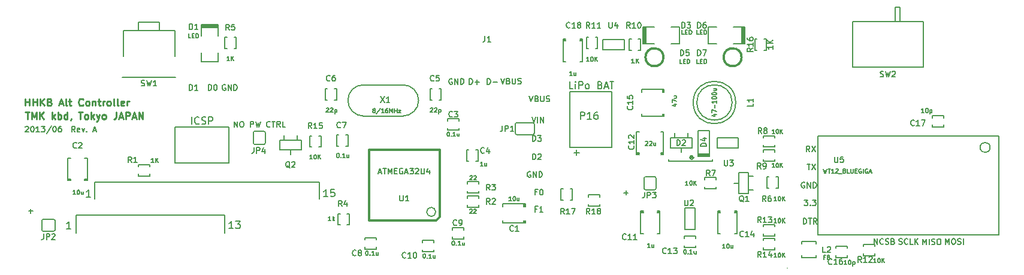
<source format=gto>
G04 (created by PCBNEW (2013-mar-13)-testing) date Tue 18 Jun 2013 16:13:31 JST*
%MOIN*%
G04 Gerber Fmt 3.4, Leading zero omitted, Abs format*
%FSLAX34Y34*%
G01*
G70*
G90*
G04 APERTURE LIST*
%ADD10C,0.005906*%
%ADD11C,0.009843*%
%ADD12C,0.007874*%
%ADD13C,0.003937*%
%ADD14C,0.008000*%
%ADD15C,0.006299*%
%ADD16C,0.012000*%
%ADD17C,0.005000*%
%ADD18C,0.011811*%
%ADD19C,0.006000*%
G04 APERTURE END LIST*
G54D10*
X3292Y-6599D02*
X3187Y-6449D01*
X3112Y-6599D02*
X3112Y-6284D01*
X3232Y-6284D01*
X3262Y-6299D01*
X3277Y-6314D01*
X3292Y-6344D01*
X3292Y-6389D01*
X3277Y-6419D01*
X3262Y-6434D01*
X3232Y-6449D01*
X3112Y-6449D01*
X3547Y-6584D02*
X3517Y-6599D01*
X3457Y-6599D01*
X3427Y-6584D01*
X3412Y-6554D01*
X3412Y-6434D01*
X3427Y-6404D01*
X3457Y-6389D01*
X3517Y-6389D01*
X3547Y-6404D01*
X3562Y-6434D01*
X3562Y-6464D01*
X3412Y-6494D01*
X3667Y-6389D02*
X3742Y-6599D01*
X3817Y-6389D01*
X3937Y-6569D02*
X3952Y-6584D01*
X3937Y-6599D01*
X3922Y-6584D01*
X3937Y-6569D01*
X3937Y-6599D01*
X4311Y-6509D02*
X4461Y-6509D01*
X4281Y-6599D02*
X4386Y-6284D01*
X4491Y-6599D01*
X530Y-6314D02*
X545Y-6299D01*
X575Y-6284D01*
X650Y-6284D01*
X680Y-6299D01*
X695Y-6314D01*
X710Y-6344D01*
X710Y-6374D01*
X695Y-6419D01*
X515Y-6599D01*
X710Y-6599D01*
X905Y-6284D02*
X935Y-6284D01*
X965Y-6299D01*
X980Y-6314D01*
X995Y-6344D01*
X1010Y-6404D01*
X1010Y-6479D01*
X995Y-6539D01*
X980Y-6569D01*
X965Y-6584D01*
X935Y-6599D01*
X905Y-6599D01*
X875Y-6584D01*
X860Y-6569D01*
X845Y-6539D01*
X830Y-6479D01*
X830Y-6404D01*
X845Y-6344D01*
X860Y-6314D01*
X875Y-6299D01*
X905Y-6284D01*
X1310Y-6599D02*
X1130Y-6599D01*
X1220Y-6599D02*
X1220Y-6284D01*
X1190Y-6329D01*
X1160Y-6359D01*
X1130Y-6374D01*
X1415Y-6284D02*
X1610Y-6284D01*
X1505Y-6404D01*
X1550Y-6404D01*
X1580Y-6419D01*
X1595Y-6434D01*
X1610Y-6464D01*
X1610Y-6539D01*
X1595Y-6569D01*
X1580Y-6584D01*
X1550Y-6599D01*
X1460Y-6599D01*
X1430Y-6584D01*
X1415Y-6569D01*
X1970Y-6269D02*
X1700Y-6674D01*
X2135Y-6284D02*
X2165Y-6284D01*
X2195Y-6299D01*
X2210Y-6314D01*
X2225Y-6344D01*
X2240Y-6404D01*
X2240Y-6479D01*
X2225Y-6539D01*
X2210Y-6569D01*
X2195Y-6584D01*
X2165Y-6599D01*
X2135Y-6599D01*
X2105Y-6584D01*
X2090Y-6569D01*
X2075Y-6539D01*
X2060Y-6479D01*
X2060Y-6404D01*
X2075Y-6344D01*
X2090Y-6314D01*
X2105Y-6299D01*
X2135Y-6284D01*
X2510Y-6284D02*
X2450Y-6284D01*
X2420Y-6299D01*
X2405Y-6314D01*
X2375Y-6359D01*
X2360Y-6419D01*
X2360Y-6539D01*
X2375Y-6569D01*
X2390Y-6584D01*
X2420Y-6599D01*
X2480Y-6599D01*
X2510Y-6584D01*
X2525Y-6569D01*
X2540Y-6539D01*
X2540Y-6464D01*
X2525Y-6434D01*
X2510Y-6419D01*
X2480Y-6404D01*
X2420Y-6404D01*
X2390Y-6419D01*
X2375Y-6434D01*
X2360Y-6464D01*
G54D11*
X519Y-5493D02*
X744Y-5493D01*
X631Y-5886D02*
X631Y-5493D01*
X875Y-5886D02*
X875Y-5493D01*
X1006Y-5774D01*
X1137Y-5493D01*
X1137Y-5886D01*
X1325Y-5886D02*
X1325Y-5493D01*
X1550Y-5886D02*
X1381Y-5661D01*
X1550Y-5493D02*
X1325Y-5718D01*
X2019Y-5886D02*
X2019Y-5493D01*
X2056Y-5736D02*
X2169Y-5886D01*
X2169Y-5624D02*
X2019Y-5774D01*
X2337Y-5886D02*
X2337Y-5493D01*
X2337Y-5643D02*
X2375Y-5624D01*
X2450Y-5624D01*
X2487Y-5643D01*
X2506Y-5661D01*
X2525Y-5699D01*
X2525Y-5811D01*
X2506Y-5849D01*
X2487Y-5868D01*
X2450Y-5886D01*
X2375Y-5886D01*
X2337Y-5868D01*
X2862Y-5886D02*
X2862Y-5493D01*
X2862Y-5868D02*
X2825Y-5886D01*
X2750Y-5886D01*
X2712Y-5868D01*
X2694Y-5849D01*
X2675Y-5811D01*
X2675Y-5699D01*
X2694Y-5661D01*
X2712Y-5643D01*
X2750Y-5624D01*
X2825Y-5624D01*
X2862Y-5643D01*
X3068Y-5868D02*
X3068Y-5886D01*
X3050Y-5924D01*
X3031Y-5943D01*
X3481Y-5493D02*
X3706Y-5493D01*
X3593Y-5886D02*
X3593Y-5493D01*
X3893Y-5886D02*
X3856Y-5868D01*
X3837Y-5849D01*
X3818Y-5811D01*
X3818Y-5699D01*
X3837Y-5661D01*
X3856Y-5643D01*
X3893Y-5624D01*
X3950Y-5624D01*
X3987Y-5643D01*
X4006Y-5661D01*
X4025Y-5699D01*
X4025Y-5811D01*
X4006Y-5849D01*
X3987Y-5868D01*
X3950Y-5886D01*
X3893Y-5886D01*
X4193Y-5886D02*
X4193Y-5493D01*
X4231Y-5736D02*
X4343Y-5886D01*
X4343Y-5624D02*
X4193Y-5774D01*
X4475Y-5624D02*
X4568Y-5886D01*
X4662Y-5624D02*
X4568Y-5886D01*
X4531Y-5980D01*
X4512Y-5999D01*
X4475Y-6017D01*
X4868Y-5886D02*
X4831Y-5868D01*
X4812Y-5849D01*
X4793Y-5811D01*
X4793Y-5699D01*
X4812Y-5661D01*
X4831Y-5643D01*
X4868Y-5624D01*
X4925Y-5624D01*
X4962Y-5643D01*
X4981Y-5661D01*
X5000Y-5699D01*
X5000Y-5811D01*
X4981Y-5849D01*
X4962Y-5868D01*
X4925Y-5886D01*
X4868Y-5886D01*
X5581Y-5493D02*
X5581Y-5774D01*
X5562Y-5830D01*
X5524Y-5868D01*
X5468Y-5886D01*
X5431Y-5886D01*
X5749Y-5774D02*
X5937Y-5774D01*
X5712Y-5886D02*
X5843Y-5493D01*
X5974Y-5886D01*
X6106Y-5886D02*
X6106Y-5493D01*
X6256Y-5493D01*
X6293Y-5511D01*
X6312Y-5530D01*
X6331Y-5568D01*
X6331Y-5624D01*
X6312Y-5661D01*
X6293Y-5680D01*
X6256Y-5699D01*
X6106Y-5699D01*
X6481Y-5774D02*
X6668Y-5774D01*
X6443Y-5886D02*
X6574Y-5493D01*
X6706Y-5886D01*
X6837Y-5886D02*
X6837Y-5493D01*
X7062Y-5886D01*
X7062Y-5493D01*
X526Y-5138D02*
X526Y-4745D01*
X526Y-4932D02*
X751Y-4932D01*
X751Y-5138D02*
X751Y-4745D01*
X939Y-5138D02*
X939Y-4745D01*
X939Y-4932D02*
X1164Y-4932D01*
X1164Y-5138D02*
X1164Y-4745D01*
X1351Y-5138D02*
X1351Y-4745D01*
X1576Y-5138D02*
X1407Y-4913D01*
X1576Y-4745D02*
X1351Y-4970D01*
X1876Y-4932D02*
X1932Y-4951D01*
X1951Y-4970D01*
X1970Y-5007D01*
X1970Y-5063D01*
X1951Y-5101D01*
X1932Y-5119D01*
X1895Y-5138D01*
X1745Y-5138D01*
X1745Y-4745D01*
X1876Y-4745D01*
X1914Y-4763D01*
X1932Y-4782D01*
X1951Y-4820D01*
X1951Y-4857D01*
X1932Y-4895D01*
X1914Y-4913D01*
X1876Y-4932D01*
X1745Y-4932D01*
X2420Y-5026D02*
X2607Y-5026D01*
X2382Y-5138D02*
X2514Y-4745D01*
X2645Y-5138D01*
X2832Y-5138D02*
X2795Y-5119D01*
X2776Y-5082D01*
X2776Y-4745D01*
X2926Y-4876D02*
X3076Y-4876D01*
X2982Y-4745D02*
X2982Y-5082D01*
X3001Y-5119D01*
X3038Y-5138D01*
X3076Y-5138D01*
X3732Y-5101D02*
X3713Y-5119D01*
X3657Y-5138D01*
X3620Y-5138D01*
X3563Y-5119D01*
X3526Y-5082D01*
X3507Y-5044D01*
X3488Y-4970D01*
X3488Y-4913D01*
X3507Y-4838D01*
X3526Y-4801D01*
X3563Y-4763D01*
X3620Y-4745D01*
X3657Y-4745D01*
X3713Y-4763D01*
X3732Y-4782D01*
X3957Y-5138D02*
X3920Y-5119D01*
X3901Y-5101D01*
X3882Y-5063D01*
X3882Y-4951D01*
X3901Y-4913D01*
X3920Y-4895D01*
X3957Y-4876D01*
X4013Y-4876D01*
X4051Y-4895D01*
X4070Y-4913D01*
X4088Y-4951D01*
X4088Y-5063D01*
X4070Y-5101D01*
X4051Y-5119D01*
X4013Y-5138D01*
X3957Y-5138D01*
X4257Y-4876D02*
X4257Y-5138D01*
X4257Y-4913D02*
X4276Y-4895D01*
X4313Y-4876D01*
X4370Y-4876D01*
X4407Y-4895D01*
X4426Y-4932D01*
X4426Y-5138D01*
X4557Y-4876D02*
X4707Y-4876D01*
X4613Y-4745D02*
X4613Y-5082D01*
X4632Y-5119D01*
X4670Y-5138D01*
X4707Y-5138D01*
X4838Y-5138D02*
X4838Y-4876D01*
X4838Y-4951D02*
X4857Y-4913D01*
X4876Y-4895D01*
X4913Y-4876D01*
X4951Y-4876D01*
X5138Y-5138D02*
X5101Y-5119D01*
X5082Y-5101D01*
X5063Y-5063D01*
X5063Y-4951D01*
X5082Y-4913D01*
X5101Y-4895D01*
X5138Y-4876D01*
X5194Y-4876D01*
X5232Y-4895D01*
X5251Y-4913D01*
X5269Y-4951D01*
X5269Y-5063D01*
X5251Y-5101D01*
X5232Y-5119D01*
X5194Y-5138D01*
X5138Y-5138D01*
X5494Y-5138D02*
X5457Y-5119D01*
X5438Y-5082D01*
X5438Y-4745D01*
X5701Y-5138D02*
X5663Y-5119D01*
X5644Y-5082D01*
X5644Y-4745D01*
X6001Y-5119D02*
X5963Y-5138D01*
X5888Y-5138D01*
X5851Y-5119D01*
X5832Y-5082D01*
X5832Y-4932D01*
X5851Y-4895D01*
X5888Y-4876D01*
X5963Y-4876D01*
X6001Y-4895D01*
X6019Y-4932D01*
X6019Y-4970D01*
X5832Y-5007D01*
X6188Y-5138D02*
X6188Y-4876D01*
X6188Y-4951D02*
X6207Y-4913D01*
X6226Y-4895D01*
X6263Y-4876D01*
X6301Y-4876D01*
G54D10*
X706Y-11006D02*
X946Y-11006D01*
X826Y-11126D02*
X826Y-10886D01*
G54D12*
X9773Y-6162D02*
X9773Y-5768D01*
X10185Y-6124D02*
X10166Y-6143D01*
X10110Y-6162D01*
X10073Y-6162D01*
X10016Y-6143D01*
X9979Y-6106D01*
X9960Y-6068D01*
X9941Y-5993D01*
X9941Y-5937D01*
X9960Y-5862D01*
X9979Y-5824D01*
X10016Y-5787D01*
X10073Y-5768D01*
X10110Y-5768D01*
X10166Y-5787D01*
X10185Y-5806D01*
X10335Y-6143D02*
X10391Y-6162D01*
X10485Y-6162D01*
X10523Y-6143D01*
X10541Y-6124D01*
X10560Y-6087D01*
X10560Y-6049D01*
X10541Y-6012D01*
X10523Y-5993D01*
X10485Y-5974D01*
X10410Y-5956D01*
X10373Y-5937D01*
X10354Y-5918D01*
X10335Y-5881D01*
X10335Y-5843D01*
X10354Y-5806D01*
X10373Y-5787D01*
X10410Y-5768D01*
X10504Y-5768D01*
X10560Y-5787D01*
X10729Y-6162D02*
X10729Y-5768D01*
X10879Y-5768D01*
X10916Y-5787D01*
X10935Y-5806D01*
X10954Y-5843D01*
X10954Y-5899D01*
X10935Y-5937D01*
X10916Y-5956D01*
X10879Y-5974D01*
X10729Y-5974D01*
G54D10*
X33817Y-9983D02*
X34056Y-9983D01*
X33937Y-10103D02*
X33937Y-9863D01*
G54D12*
X31031Y-7744D02*
X31331Y-7744D01*
X31181Y-7894D02*
X31181Y-7594D01*
X30995Y-4193D02*
X30808Y-4193D01*
X30808Y-3800D01*
X31126Y-4193D02*
X31126Y-3931D01*
X31126Y-3800D02*
X31107Y-3818D01*
X31126Y-3837D01*
X31145Y-3818D01*
X31126Y-3800D01*
X31126Y-3837D01*
X31314Y-4193D02*
X31314Y-3800D01*
X31464Y-3800D01*
X31501Y-3818D01*
X31520Y-3837D01*
X31539Y-3875D01*
X31539Y-3931D01*
X31520Y-3968D01*
X31501Y-3987D01*
X31464Y-4006D01*
X31314Y-4006D01*
X31764Y-4193D02*
X31726Y-4175D01*
X31707Y-4156D01*
X31689Y-4118D01*
X31689Y-4006D01*
X31707Y-3968D01*
X31726Y-3950D01*
X31764Y-3931D01*
X31820Y-3931D01*
X31857Y-3950D01*
X31876Y-3968D01*
X31895Y-4006D01*
X31895Y-4118D01*
X31876Y-4156D01*
X31857Y-4175D01*
X31820Y-4193D01*
X31764Y-4193D01*
X32495Y-3987D02*
X32551Y-4006D01*
X32570Y-4025D01*
X32589Y-4062D01*
X32589Y-4118D01*
X32570Y-4156D01*
X32551Y-4175D01*
X32514Y-4193D01*
X32364Y-4193D01*
X32364Y-3800D01*
X32495Y-3800D01*
X32532Y-3818D01*
X32551Y-3837D01*
X32570Y-3875D01*
X32570Y-3912D01*
X32551Y-3950D01*
X32532Y-3968D01*
X32495Y-3987D01*
X32364Y-3987D01*
X32739Y-4081D02*
X32926Y-4081D01*
X32701Y-4193D02*
X32832Y-3800D01*
X32964Y-4193D01*
X33038Y-3800D02*
X33263Y-3800D01*
X33151Y-4193D02*
X33151Y-3800D01*
G54D10*
X12148Y-6323D02*
X12148Y-6008D01*
X12328Y-6323D01*
X12328Y-6008D01*
X12538Y-6008D02*
X12598Y-6008D01*
X12628Y-6023D01*
X12658Y-6053D01*
X12673Y-6113D01*
X12673Y-6218D01*
X12658Y-6278D01*
X12628Y-6308D01*
X12598Y-6323D01*
X12538Y-6323D01*
X12508Y-6308D01*
X12478Y-6278D01*
X12463Y-6218D01*
X12463Y-6113D01*
X12478Y-6053D01*
X12508Y-6023D01*
X12538Y-6008D01*
X13048Y-6323D02*
X13048Y-6008D01*
X13168Y-6008D01*
X13198Y-6023D01*
X13213Y-6038D01*
X13228Y-6068D01*
X13228Y-6113D01*
X13213Y-6143D01*
X13198Y-6158D01*
X13168Y-6173D01*
X13048Y-6173D01*
X13333Y-6008D02*
X13408Y-6323D01*
X13468Y-6098D01*
X13528Y-6323D01*
X13603Y-6008D01*
X14143Y-6293D02*
X14128Y-6308D01*
X14083Y-6323D01*
X14053Y-6323D01*
X14008Y-6308D01*
X13978Y-6278D01*
X13963Y-6248D01*
X13948Y-6188D01*
X13948Y-6143D01*
X13963Y-6083D01*
X13978Y-6053D01*
X14008Y-6023D01*
X14053Y-6008D01*
X14083Y-6008D01*
X14128Y-6023D01*
X14143Y-6038D01*
X14233Y-6008D02*
X14413Y-6008D01*
X14323Y-6323D02*
X14323Y-6008D01*
X14698Y-6323D02*
X14593Y-6173D01*
X14518Y-6323D02*
X14518Y-6008D01*
X14638Y-6008D01*
X14668Y-6023D01*
X14683Y-6038D01*
X14698Y-6068D01*
X14698Y-6113D01*
X14683Y-6143D01*
X14668Y-6158D01*
X14638Y-6173D01*
X14518Y-6173D01*
X14983Y-6323D02*
X14833Y-6323D01*
X14833Y-6008D01*
X37508Y-7924D02*
X37688Y-8104D01*
X37688Y-7924D02*
X37508Y-8104D01*
X37493Y-7999D02*
X37508Y-8014D01*
X37493Y-8029D01*
X37478Y-8014D01*
X37493Y-7999D01*
X37493Y-8029D01*
X37598Y-8104D02*
X37613Y-8119D01*
X37598Y-8134D01*
X37583Y-8119D01*
X37598Y-8104D01*
X37598Y-8134D01*
X37598Y-7894D02*
X37613Y-7909D01*
X37598Y-7924D01*
X37583Y-7909D01*
X37598Y-7894D01*
X37598Y-7924D01*
X37703Y-7999D02*
X37718Y-8014D01*
X37703Y-8029D01*
X37688Y-8014D01*
X37703Y-7999D01*
X37703Y-8029D01*
G54D12*
X38740Y-8228D02*
X38740Y-8110D01*
X36299Y-8228D02*
X38740Y-8228D01*
X36299Y-8110D02*
X36299Y-8228D01*
G54D13*
X42893Y-14173D02*
X42913Y-14173D01*
G54D14*
X4145Y-10212D02*
X3917Y-10212D01*
X4031Y-10212D02*
X4031Y-9812D01*
X3993Y-9869D01*
X3955Y-9907D01*
X3917Y-9926D01*
X17352Y-10192D02*
X17124Y-10192D01*
X17238Y-10192D02*
X17238Y-9792D01*
X17200Y-9849D01*
X17162Y-9888D01*
X17124Y-9907D01*
X17714Y-9792D02*
X17524Y-9792D01*
X17505Y-9983D01*
X17524Y-9964D01*
X17562Y-9945D01*
X17657Y-9945D01*
X17695Y-9964D01*
X17714Y-9983D01*
X17733Y-10021D01*
X17733Y-10116D01*
X17714Y-10154D01*
X17695Y-10173D01*
X17657Y-10192D01*
X17562Y-10192D01*
X17524Y-10173D01*
X17505Y-10154D01*
X12089Y-11964D02*
X11860Y-11964D01*
X11974Y-11964D02*
X11974Y-11564D01*
X11936Y-11621D01*
X11898Y-11659D01*
X11860Y-11678D01*
X12222Y-11564D02*
X12470Y-11564D01*
X12336Y-11716D01*
X12393Y-11716D01*
X12432Y-11735D01*
X12451Y-11754D01*
X12470Y-11792D01*
X12470Y-11888D01*
X12451Y-11926D01*
X12432Y-11945D01*
X12393Y-11964D01*
X12279Y-11964D01*
X12241Y-11945D01*
X12222Y-11926D01*
X3047Y-11984D02*
X2818Y-11984D01*
X2933Y-11984D02*
X2933Y-11584D01*
X2894Y-11641D01*
X2856Y-11679D01*
X2818Y-11698D01*
X8852Y-6321D02*
X11852Y-6321D01*
X11852Y-8321D02*
X8852Y-8321D01*
X8852Y-8321D02*
X8852Y-6321D01*
X11852Y-6321D02*
X11852Y-8321D01*
G54D15*
X25112Y-10156D02*
X25112Y-10274D01*
X25112Y-10786D02*
X25112Y-10668D01*
X25742Y-10668D02*
X25742Y-10786D01*
X25742Y-10156D02*
X25742Y-10274D01*
X25742Y-10786D02*
X25112Y-10786D01*
X25112Y-10156D02*
X25742Y-10156D01*
G54D16*
X19632Y-11516D02*
X19632Y-7576D01*
X19632Y-7576D02*
X23572Y-7576D01*
X23572Y-11326D02*
X23572Y-7576D01*
X23382Y-11516D02*
X19632Y-11516D01*
X23572Y-11326D02*
X23382Y-11516D01*
G54D14*
X23352Y-11046D02*
G75*
G03X23352Y-11046I-250J0D01*
G74*
G01*
G54D10*
X7992Y-885D02*
X7992Y-492D01*
X7992Y-492D02*
X6811Y-492D01*
X6811Y-492D02*
X6811Y-885D01*
X8877Y-3543D02*
X5925Y-3543D01*
X8838Y-2381D02*
X8838Y-964D01*
X8838Y-964D02*
X5964Y-964D01*
X5964Y-964D02*
X5964Y-2381D01*
X3346Y-11240D02*
X11614Y-11240D01*
X11614Y-11240D02*
X11614Y-12224D01*
X3346Y-12224D02*
X3346Y-11240D01*
X16889Y-10334D02*
X16889Y-9389D01*
X16889Y-9389D02*
X4370Y-9389D01*
X4370Y-9389D02*
X4370Y-10334D01*
X21535Y-3976D02*
X19330Y-3976D01*
X19330Y-5708D02*
X21535Y-5708D01*
X18464Y-4842D02*
G75*
G03X19330Y-5708I866J0D01*
G74*
G01*
X19330Y-3976D02*
G75*
G03X18464Y-4842I0J-866D01*
G74*
G01*
X22401Y-4842D02*
G75*
G03X21535Y-3976I-866J0D01*
G74*
G01*
X21535Y-5708D02*
G75*
G03X22401Y-4842I0J866D01*
G74*
G01*
G54D12*
X28838Y-6200D02*
X28838Y-6653D01*
X27874Y-6082D02*
X28740Y-6082D01*
X27775Y-6653D02*
X27775Y-6181D01*
X27893Y-6751D02*
X28740Y-6751D01*
X27775Y-6653D02*
G75*
G03X27874Y-6751I98J0D01*
G74*
G01*
X27874Y-6082D02*
G75*
G03X27775Y-6181I0J-98D01*
G74*
G01*
X28838Y-6181D02*
G75*
G03X28740Y-6082I-98J0D01*
G74*
G01*
X28740Y-6751D02*
G75*
G03X28838Y-6653I0J98D01*
G74*
G01*
G54D15*
X25118Y-9370D02*
X25118Y-9488D01*
X25118Y-10000D02*
X25118Y-9881D01*
X25748Y-9881D02*
X25748Y-10000D01*
X25748Y-9370D02*
X25748Y-9488D01*
X25748Y-10000D02*
X25118Y-10000D01*
X25118Y-9370D02*
X25748Y-9370D01*
X17913Y-11771D02*
X18031Y-11771D01*
X18543Y-11771D02*
X18425Y-11771D01*
X18425Y-11141D02*
X18543Y-11141D01*
X17913Y-11141D02*
X18031Y-11141D01*
X18543Y-11141D02*
X18543Y-11771D01*
X17913Y-11771D02*
X17913Y-11141D01*
X12255Y-1338D02*
X12137Y-1338D01*
X11625Y-1338D02*
X11744Y-1338D01*
X11744Y-1968D02*
X11625Y-1968D01*
X12255Y-1968D02*
X12137Y-1968D01*
X11625Y-1968D02*
X11625Y-1338D01*
X12255Y-1338D02*
X12255Y-1968D01*
X6830Y-8417D02*
X6830Y-8535D01*
X6830Y-9047D02*
X6830Y-8929D01*
X7460Y-8929D02*
X7460Y-9047D01*
X7460Y-8417D02*
X7460Y-8535D01*
X7460Y-9047D02*
X6830Y-9047D01*
X6830Y-8417D02*
X7460Y-8417D01*
X24015Y-5866D02*
X24015Y-5984D01*
X24015Y-6496D02*
X24015Y-6377D01*
X24645Y-6377D02*
X24645Y-6496D01*
X24645Y-5866D02*
X24645Y-5984D01*
X24645Y-6496D02*
X24015Y-6496D01*
X24015Y-5866D02*
X24645Y-5866D01*
X25078Y-8212D02*
X25196Y-8212D01*
X25708Y-8212D02*
X25590Y-8212D01*
X25590Y-7582D02*
X25708Y-7582D01*
X25078Y-7582D02*
X25196Y-7582D01*
X25708Y-7582D02*
X25708Y-8212D01*
X25078Y-8212D02*
X25078Y-7582D01*
X23031Y-4822D02*
X23149Y-4822D01*
X23661Y-4822D02*
X23543Y-4822D01*
X23543Y-4192D02*
X23661Y-4192D01*
X23031Y-4192D02*
X23149Y-4192D01*
X23661Y-4192D02*
X23661Y-4822D01*
X23031Y-4822D02*
X23031Y-4192D01*
X17207Y-4821D02*
X17325Y-4821D01*
X17837Y-4821D02*
X17718Y-4821D01*
X17718Y-4191D02*
X17837Y-4191D01*
X17207Y-4191D02*
X17325Y-4191D01*
X17837Y-4191D02*
X17837Y-4821D01*
X17207Y-4821D02*
X17207Y-4191D01*
X17842Y-7389D02*
X17960Y-7389D01*
X18472Y-7389D02*
X18354Y-7389D01*
X18354Y-6759D02*
X18472Y-6759D01*
X17842Y-6759D02*
X17960Y-6759D01*
X18472Y-6759D02*
X18472Y-7389D01*
X17842Y-7389D02*
X17842Y-6759D01*
X20039Y-13110D02*
X20039Y-12992D01*
X20039Y-12480D02*
X20039Y-12598D01*
X19409Y-12598D02*
X19409Y-12480D01*
X19409Y-13110D02*
X19409Y-12992D01*
X19409Y-12480D02*
X20039Y-12480D01*
X20039Y-13110D02*
X19409Y-13110D01*
X24291Y-11929D02*
X24291Y-12047D01*
X24291Y-12559D02*
X24291Y-12440D01*
X24921Y-12440D02*
X24921Y-12559D01*
X24921Y-11929D02*
X24921Y-12047D01*
X24921Y-12559D02*
X24291Y-12559D01*
X24291Y-11929D02*
X24921Y-11929D01*
X2894Y-9246D02*
X3031Y-9246D01*
X3976Y-9246D02*
X3819Y-9246D01*
X3976Y-9207D02*
X3819Y-9207D01*
X2894Y-9207D02*
X3031Y-9207D01*
X3819Y-8045D02*
X3976Y-8045D01*
X3976Y-8045D02*
X3976Y-9305D01*
X3976Y-9305D02*
X3819Y-9305D01*
X3031Y-9305D02*
X2894Y-9305D01*
X2894Y-9305D02*
X2894Y-8045D01*
X2894Y-8045D02*
X3031Y-8045D01*
X28287Y-11673D02*
X28287Y-11535D01*
X28287Y-10590D02*
X28287Y-10748D01*
X28248Y-10590D02*
X28248Y-10748D01*
X28248Y-11673D02*
X28248Y-11535D01*
X27086Y-10748D02*
X27086Y-10590D01*
X27086Y-10590D02*
X28346Y-10590D01*
X28346Y-10590D02*
X28346Y-10748D01*
X28346Y-11535D02*
X28346Y-11673D01*
X28346Y-11673D02*
X27086Y-11673D01*
X27086Y-11673D02*
X27086Y-11535D01*
X22618Y-12637D02*
X22618Y-12755D01*
X22618Y-13267D02*
X22618Y-13149D01*
X23248Y-13149D02*
X23248Y-13267D01*
X23248Y-12637D02*
X23248Y-12755D01*
X23248Y-13267D02*
X22618Y-13267D01*
X22618Y-12637D02*
X23248Y-12637D01*
X34527Y-7795D02*
X34665Y-7795D01*
X36023Y-7795D02*
X35866Y-7795D01*
X36023Y-7755D02*
X35866Y-7755D01*
X34527Y-7755D02*
X34665Y-7755D01*
X35866Y-6594D02*
X36023Y-6594D01*
X36023Y-6594D02*
X36023Y-7854D01*
X36023Y-7854D02*
X35866Y-7854D01*
X34665Y-7854D02*
X34527Y-7854D01*
X34527Y-7854D02*
X34527Y-6594D01*
X34527Y-6594D02*
X34665Y-6594D01*
X37814Y-13031D02*
X37814Y-12913D01*
X37814Y-12401D02*
X37814Y-12519D01*
X37185Y-12519D02*
X37185Y-12401D01*
X37185Y-13031D02*
X37185Y-12913D01*
X37185Y-12401D02*
X37814Y-12401D01*
X37814Y-13031D02*
X37185Y-13031D01*
X40118Y-11043D02*
X39980Y-11043D01*
X39035Y-11043D02*
X39192Y-11043D01*
X39035Y-11082D02*
X39192Y-11082D01*
X40118Y-11082D02*
X39980Y-11082D01*
X39192Y-12244D02*
X39035Y-12244D01*
X39035Y-12244D02*
X39035Y-10984D01*
X39035Y-10984D02*
X39192Y-10984D01*
X39980Y-10984D02*
X40118Y-10984D01*
X40118Y-10984D02*
X40118Y-12244D01*
X40118Y-12244D02*
X39980Y-12244D01*
X36003Y-5728D02*
X36003Y-5590D01*
X36003Y-4232D02*
X36003Y-4389D01*
X35964Y-4232D02*
X35964Y-4389D01*
X35964Y-5728D02*
X35964Y-5590D01*
X34803Y-4389D02*
X34803Y-4232D01*
X34803Y-4232D02*
X36062Y-4232D01*
X36062Y-4232D02*
X36062Y-4389D01*
X36062Y-5590D02*
X36062Y-5728D01*
X36062Y-5728D02*
X34803Y-5728D01*
X34803Y-5728D02*
X34803Y-5590D01*
X45610Y-12952D02*
X45610Y-13070D01*
X45610Y-13582D02*
X45610Y-13464D01*
X46240Y-13464D02*
X46240Y-13582D01*
X46240Y-12952D02*
X46240Y-13070D01*
X46240Y-13582D02*
X45610Y-13582D01*
X45610Y-12952D02*
X46240Y-12952D01*
X51614Y-6318D02*
X51614Y-6200D01*
X51614Y-5688D02*
X51614Y-5807D01*
X50984Y-5807D02*
X50984Y-5688D01*
X50984Y-6318D02*
X50984Y-6200D01*
X50984Y-5688D02*
X51614Y-5688D01*
X51614Y-6318D02*
X50984Y-6318D01*
X39842Y-4960D02*
G75*
G03X39842Y-4960I-984J0D01*
G74*
G01*
X40039Y-4960D02*
G75*
G03X40039Y-4960I-1181J0D01*
G74*
G01*
X41771Y-9724D02*
X41889Y-9724D01*
X42401Y-9724D02*
X42283Y-9724D01*
X42283Y-9094D02*
X42401Y-9094D01*
X41771Y-9094D02*
X41889Y-9094D01*
X42401Y-9094D02*
X42401Y-9724D01*
X41771Y-9724D02*
X41771Y-9094D01*
X38307Y-9133D02*
X38307Y-9251D01*
X38307Y-9763D02*
X38307Y-9645D01*
X38937Y-9645D02*
X38937Y-9763D01*
X38937Y-9133D02*
X38937Y-9251D01*
X38937Y-9763D02*
X38307Y-9763D01*
X38307Y-9133D02*
X38937Y-9133D01*
X41574Y-6811D02*
X41574Y-6929D01*
X41574Y-7440D02*
X41574Y-7322D01*
X42204Y-7322D02*
X42204Y-7440D01*
X42204Y-6811D02*
X42204Y-6929D01*
X42204Y-7440D02*
X41574Y-7440D01*
X41574Y-6811D02*
X42204Y-6811D01*
X42204Y-8228D02*
X42204Y-8110D01*
X42204Y-7598D02*
X42204Y-7716D01*
X41574Y-7716D02*
X41574Y-7598D01*
X41574Y-8228D02*
X41574Y-8110D01*
X41574Y-7598D02*
X42204Y-7598D01*
X42204Y-8228D02*
X41574Y-8228D01*
X34114Y-2047D02*
X34232Y-2047D01*
X34744Y-2047D02*
X34625Y-2047D01*
X34625Y-1417D02*
X34744Y-1417D01*
X34114Y-1417D02*
X34232Y-1417D01*
X34744Y-1417D02*
X34744Y-2047D01*
X34114Y-2047D02*
X34114Y-1417D01*
X32362Y-1318D02*
X32244Y-1318D01*
X31732Y-1318D02*
X31850Y-1318D01*
X31850Y-1948D02*
X31732Y-1948D01*
X32362Y-1948D02*
X32244Y-1948D01*
X31732Y-1948D02*
X31732Y-1318D01*
X32362Y-1318D02*
X32362Y-1948D01*
G54D17*
X37775Y-10827D02*
X37775Y-12007D01*
X37775Y-12007D02*
X37225Y-12007D01*
X37225Y-12007D02*
X37225Y-10827D01*
X37225Y-10827D02*
X37775Y-10827D01*
X39016Y-6929D02*
X40196Y-6929D01*
X40196Y-6929D02*
X40196Y-7479D01*
X40196Y-7479D02*
X39016Y-7479D01*
X39016Y-7479D02*
X39016Y-6929D01*
X32658Y-1457D02*
X33838Y-1457D01*
X33838Y-1457D02*
X33838Y-2007D01*
X33838Y-2007D02*
X32658Y-2007D01*
X32658Y-2007D02*
X32658Y-1457D01*
G54D15*
X54197Y-7460D02*
G75*
G03X54197Y-7460I-279J0D01*
G74*
G01*
X44606Y-6811D02*
X54685Y-6811D01*
X54685Y-6811D02*
X54685Y-12322D01*
X54685Y-12322D02*
X44606Y-12322D01*
X44606Y-12322D02*
X44606Y-6811D01*
X30820Y-7461D02*
X33143Y-7461D01*
X33143Y-7461D02*
X33143Y-4371D01*
X33143Y-4371D02*
X30820Y-4371D01*
X30820Y-4371D02*
X30820Y-7461D01*
G54D17*
X40747Y-9073D02*
X41007Y-9073D01*
X40747Y-9823D02*
X41007Y-9823D01*
X40197Y-9448D02*
X39937Y-9448D01*
X40197Y-10038D02*
X40197Y-8858D01*
X40197Y-8858D02*
X40747Y-8858D01*
X40747Y-8858D02*
X40747Y-10038D01*
X40747Y-10038D02*
X40197Y-10038D01*
X36632Y-6929D02*
X36632Y-6669D01*
X37382Y-6929D02*
X37382Y-6669D01*
X37007Y-7479D02*
X37007Y-7739D01*
X37597Y-7479D02*
X36417Y-7479D01*
X36417Y-7479D02*
X36417Y-6929D01*
X36417Y-6929D02*
X37597Y-6929D01*
X37597Y-6929D02*
X37597Y-7479D01*
G54D15*
X41594Y-11751D02*
X41594Y-11870D01*
X41594Y-12381D02*
X41594Y-12263D01*
X42224Y-12263D02*
X42224Y-12381D01*
X42224Y-11751D02*
X42224Y-11870D01*
X42224Y-12381D02*
X41594Y-12381D01*
X41594Y-11751D02*
X42224Y-11751D01*
X42224Y-13149D02*
X42224Y-13031D01*
X42224Y-12519D02*
X42224Y-12637D01*
X41594Y-12637D02*
X41594Y-12519D01*
X41594Y-13149D02*
X41594Y-13031D01*
X41594Y-12519D02*
X42224Y-12519D01*
X42224Y-13149D02*
X41594Y-13149D01*
X43700Y-13464D02*
X43700Y-13602D01*
X43700Y-13602D02*
X44507Y-13602D01*
X44507Y-13602D02*
X44507Y-13464D01*
X43700Y-12696D02*
X43700Y-12834D01*
X43700Y-12696D02*
X44507Y-12696D01*
X44507Y-12696D02*
X44507Y-12834D01*
X31515Y-1496D02*
X31377Y-1496D01*
X30433Y-1496D02*
X30590Y-1496D01*
X30433Y-1535D02*
X30590Y-1535D01*
X31515Y-1535D02*
X31377Y-1535D01*
X30590Y-2696D02*
X30433Y-2696D01*
X30433Y-2696D02*
X30433Y-1437D01*
X30433Y-1437D02*
X30590Y-1437D01*
X31377Y-1437D02*
X31515Y-1437D01*
X31515Y-1437D02*
X31515Y-2696D01*
X31515Y-2696D02*
X31377Y-2696D01*
X35826Y-11043D02*
X35688Y-11043D01*
X34744Y-11043D02*
X34901Y-11043D01*
X34744Y-11082D02*
X34901Y-11082D01*
X35826Y-11082D02*
X35688Y-11082D01*
X34901Y-12244D02*
X34744Y-12244D01*
X34744Y-12244D02*
X34744Y-10984D01*
X34744Y-10984D02*
X34901Y-10984D01*
X35688Y-10984D02*
X35826Y-10984D01*
X35826Y-10984D02*
X35826Y-12244D01*
X35826Y-12244D02*
X35688Y-12244D01*
X38562Y-7834D02*
X37952Y-7834D01*
X38582Y-7696D02*
X38582Y-6751D01*
X38582Y-6751D02*
X38582Y-6515D01*
X38582Y-6515D02*
X37952Y-6515D01*
X37952Y-6515D02*
X37952Y-7736D01*
X37952Y-7696D02*
X37952Y-7952D01*
X38582Y-7696D02*
X38582Y-7952D01*
X38582Y-7952D02*
X37952Y-7952D01*
X38582Y-7933D02*
X37952Y-7933D01*
X38582Y-7913D02*
X37952Y-7913D01*
X38582Y-7893D02*
X37952Y-7893D01*
G54D17*
X14900Y-7047D02*
X14900Y-6787D01*
X15650Y-7047D02*
X15650Y-6787D01*
X15275Y-7597D02*
X15275Y-7857D01*
X15865Y-7597D02*
X14685Y-7597D01*
X14685Y-7597D02*
X14685Y-7047D01*
X14685Y-7047D02*
X15865Y-7047D01*
X15865Y-7047D02*
X15865Y-7597D01*
G54D15*
X47155Y-12844D02*
X47155Y-12962D01*
X47155Y-13474D02*
X47155Y-13356D01*
X47785Y-13356D02*
X47785Y-13474D01*
X47785Y-12844D02*
X47785Y-12962D01*
X47785Y-13474D02*
X47155Y-13474D01*
X47155Y-12844D02*
X47785Y-12844D01*
X16338Y-7440D02*
X16456Y-7440D01*
X16968Y-7440D02*
X16850Y-7440D01*
X16850Y-6811D02*
X16968Y-6811D01*
X16338Y-6811D02*
X16456Y-6811D01*
X16968Y-6811D02*
X16968Y-7440D01*
X16338Y-7440D02*
X16338Y-6811D01*
G54D12*
X2185Y-11555D02*
X2185Y-12007D01*
X1535Y-11456D02*
X2086Y-11456D01*
X1437Y-12027D02*
X1437Y-11555D01*
X1555Y-12125D02*
X2066Y-12125D01*
X1437Y-12027D02*
G75*
G03X1535Y-12125I98J0D01*
G74*
G01*
X1535Y-11456D02*
G75*
G03X1437Y-11555I0J-98D01*
G74*
G01*
X2185Y-11555D02*
G75*
G03X2086Y-11456I-98J0D01*
G74*
G01*
X2086Y-12125D02*
G75*
G03X2185Y-12027I0J98D01*
G74*
G01*
X35039Y-9074D02*
X35492Y-9074D01*
X34940Y-9724D02*
X34940Y-9173D01*
X35511Y-9822D02*
X35039Y-9822D01*
X35610Y-9704D02*
X35610Y-9192D01*
X35511Y-9822D02*
G75*
G03X35610Y-9724I0J98D01*
G74*
G01*
X34940Y-9724D02*
G75*
G03X35039Y-9822I98J0D01*
G74*
G01*
X35039Y-9074D02*
G75*
G03X34940Y-9173I0J-98D01*
G74*
G01*
X35610Y-9173D02*
G75*
G03X35511Y-9074I-98J0D01*
G74*
G01*
G54D18*
X36023Y-2440D02*
G75*
G03X36023Y-2440I-500J0D01*
G74*
G01*
G54D12*
X40511Y-748D02*
X40511Y-1692D01*
X40472Y-1692D02*
X40472Y-748D01*
X40433Y-748D02*
X40433Y-1692D01*
X38976Y-748D02*
X38503Y-748D01*
X38503Y-748D02*
X38503Y-1692D01*
X38503Y-1692D02*
X38976Y-1692D01*
X40393Y-748D02*
X40393Y-1692D01*
X39921Y-748D02*
X40551Y-748D01*
X40551Y-748D02*
X40551Y-1692D01*
X40551Y-1692D02*
X39921Y-1692D01*
G54D18*
X40370Y-2440D02*
G75*
G03X40370Y-2440I-500J0D01*
G74*
G01*
G54D12*
X13779Y-7303D02*
X13326Y-7303D01*
X13877Y-6653D02*
X13877Y-7204D01*
X13307Y-6555D02*
X13779Y-6555D01*
X13208Y-6673D02*
X13208Y-7185D01*
X13307Y-6555D02*
G75*
G03X13208Y-6653I0J-98D01*
G74*
G01*
X13877Y-6653D02*
G75*
G03X13779Y-6555I-98J0D01*
G74*
G01*
X13779Y-7303D02*
G75*
G03X13877Y-7204I0J98D01*
G74*
G01*
X13208Y-7204D02*
G75*
G03X13307Y-7303I98J0D01*
G74*
G01*
G54D15*
X41102Y-2047D02*
X41220Y-2047D01*
X41732Y-2047D02*
X41614Y-2047D01*
X41614Y-1417D02*
X41732Y-1417D01*
X41102Y-1417D02*
X41220Y-1417D01*
X41732Y-1417D02*
X41732Y-2047D01*
X41102Y-2047D02*
X41102Y-1417D01*
G54D12*
X34921Y-1692D02*
X34921Y-748D01*
X34960Y-748D02*
X34960Y-1692D01*
X35000Y-1692D02*
X35000Y-748D01*
X36456Y-1692D02*
X36929Y-1692D01*
X36929Y-1692D02*
X36929Y-748D01*
X36929Y-748D02*
X36456Y-748D01*
X35039Y-1692D02*
X35039Y-748D01*
X35511Y-1692D02*
X34881Y-1692D01*
X34881Y-1692D02*
X34881Y-748D01*
X34881Y-748D02*
X35511Y-748D01*
X10314Y-669D02*
X11259Y-669D01*
X11259Y-708D02*
X10314Y-708D01*
X10314Y-748D02*
X11259Y-748D01*
X10314Y-2204D02*
X10314Y-2677D01*
X10314Y-2677D02*
X11259Y-2677D01*
X11259Y-2677D02*
X11259Y-2204D01*
X10314Y-787D02*
X11259Y-787D01*
X10314Y-1259D02*
X10314Y-629D01*
X10314Y-629D02*
X11259Y-629D01*
X11259Y-629D02*
X11259Y-1259D01*
G54D15*
X30960Y-9767D02*
X30842Y-9767D01*
X30330Y-9767D02*
X30448Y-9767D01*
X30448Y-10397D02*
X30330Y-10397D01*
X30960Y-10397D02*
X30842Y-10397D01*
X30330Y-10397D02*
X30330Y-9767D01*
X30960Y-9767D02*
X30960Y-10397D01*
X31858Y-10102D02*
X31858Y-10220D01*
X31858Y-10732D02*
X31858Y-10614D01*
X32488Y-10614D02*
X32488Y-10732D01*
X32488Y-10102D02*
X32488Y-10220D01*
X32488Y-10732D02*
X31858Y-10732D01*
X31858Y-10102D02*
X32488Y-10102D01*
G54D12*
X49192Y-377D02*
X49192Y330D01*
X49192Y330D02*
X48917Y330D01*
X48917Y330D02*
X48917Y-377D01*
X46555Y-496D02*
X46555Y-456D01*
X46555Y-456D02*
X50492Y-456D01*
X50492Y-456D02*
X50492Y-2976D01*
X50492Y-2976D02*
X46555Y-2976D01*
X46555Y-2976D02*
X46555Y-496D01*
G54D10*
X26364Y-10614D02*
X26259Y-10464D01*
X26184Y-10614D02*
X26184Y-10299D01*
X26304Y-10299D01*
X26334Y-10314D01*
X26349Y-10329D01*
X26364Y-10359D01*
X26364Y-10404D01*
X26349Y-10434D01*
X26334Y-10449D01*
X26304Y-10464D01*
X26184Y-10464D01*
X26484Y-10329D02*
X26499Y-10314D01*
X26529Y-10299D01*
X26604Y-10299D01*
X26634Y-10314D01*
X26649Y-10329D01*
X26664Y-10359D01*
X26664Y-10389D01*
X26649Y-10434D01*
X26469Y-10614D01*
X26664Y-10614D01*
X25247Y-10915D02*
X25258Y-10904D01*
X25281Y-10893D01*
X25337Y-10893D01*
X25360Y-10904D01*
X25371Y-10915D01*
X25382Y-10938D01*
X25382Y-10960D01*
X25371Y-10994D01*
X25236Y-11129D01*
X25382Y-11129D01*
X25472Y-10915D02*
X25483Y-10904D01*
X25506Y-10893D01*
X25562Y-10893D01*
X25585Y-10904D01*
X25596Y-10915D01*
X25607Y-10938D01*
X25607Y-10960D01*
X25596Y-10994D01*
X25461Y-11129D01*
X25607Y-11129D01*
X21362Y-10123D02*
X21362Y-10378D01*
X21377Y-10408D01*
X21392Y-10423D01*
X21422Y-10438D01*
X21482Y-10438D01*
X21512Y-10423D01*
X21527Y-10408D01*
X21542Y-10378D01*
X21542Y-10123D01*
X21857Y-10438D02*
X21677Y-10438D01*
X21767Y-10438D02*
X21767Y-10123D01*
X21737Y-10168D01*
X21707Y-10198D01*
X21677Y-10213D01*
X20177Y-8848D02*
X20327Y-8848D01*
X20147Y-8938D02*
X20252Y-8623D01*
X20357Y-8938D01*
X20417Y-8623D02*
X20597Y-8623D01*
X20507Y-8938D02*
X20507Y-8623D01*
X20702Y-8938D02*
X20702Y-8623D01*
X20807Y-8848D01*
X20912Y-8623D01*
X20912Y-8938D01*
X21062Y-8773D02*
X21167Y-8773D01*
X21212Y-8938D02*
X21062Y-8938D01*
X21062Y-8623D01*
X21212Y-8623D01*
X21512Y-8638D02*
X21482Y-8623D01*
X21437Y-8623D01*
X21392Y-8638D01*
X21362Y-8668D01*
X21347Y-8698D01*
X21332Y-8758D01*
X21332Y-8803D01*
X21347Y-8863D01*
X21362Y-8893D01*
X21392Y-8923D01*
X21437Y-8938D01*
X21467Y-8938D01*
X21512Y-8923D01*
X21527Y-8908D01*
X21527Y-8803D01*
X21467Y-8803D01*
X21647Y-8848D02*
X21797Y-8848D01*
X21617Y-8938D02*
X21722Y-8623D01*
X21827Y-8938D01*
X21902Y-8623D02*
X22097Y-8623D01*
X21992Y-8743D01*
X22037Y-8743D01*
X22067Y-8758D01*
X22082Y-8773D01*
X22097Y-8803D01*
X22097Y-8878D01*
X22082Y-8908D01*
X22067Y-8923D01*
X22037Y-8938D01*
X21947Y-8938D01*
X21917Y-8923D01*
X21902Y-8908D01*
X22217Y-8653D02*
X22232Y-8638D01*
X22262Y-8623D01*
X22337Y-8623D01*
X22367Y-8638D01*
X22382Y-8653D01*
X22397Y-8683D01*
X22397Y-8713D01*
X22382Y-8758D01*
X22202Y-8938D01*
X22397Y-8938D01*
X22532Y-8623D02*
X22532Y-8878D01*
X22547Y-8908D01*
X22562Y-8923D01*
X22592Y-8938D01*
X22652Y-8938D01*
X22682Y-8923D01*
X22697Y-8908D01*
X22712Y-8878D01*
X22712Y-8623D01*
X22997Y-8728D02*
X22997Y-8938D01*
X22922Y-8608D02*
X22847Y-8833D01*
X23042Y-8833D01*
X6981Y-4025D02*
X7026Y-4040D01*
X7101Y-4040D01*
X7131Y-4025D01*
X7146Y-4010D01*
X7161Y-3980D01*
X7161Y-3950D01*
X7146Y-3920D01*
X7131Y-3905D01*
X7101Y-3890D01*
X7041Y-3875D01*
X7011Y-3860D01*
X6996Y-3845D01*
X6981Y-3815D01*
X6981Y-3785D01*
X6996Y-3755D01*
X7011Y-3740D01*
X7041Y-3725D01*
X7116Y-3725D01*
X7161Y-3740D01*
X7266Y-3725D02*
X7341Y-4040D01*
X7401Y-3815D01*
X7461Y-4040D01*
X7536Y-3725D01*
X7821Y-4040D02*
X7641Y-4040D01*
X7731Y-4040D02*
X7731Y-3725D01*
X7701Y-3770D01*
X7671Y-3800D01*
X7641Y-3815D01*
X20296Y-4630D02*
X20506Y-4945D01*
X20506Y-4630D02*
X20296Y-4945D01*
X20791Y-4945D02*
X20611Y-4945D01*
X20701Y-4945D02*
X20701Y-4630D01*
X20671Y-4675D01*
X20641Y-4705D01*
X20611Y-4720D01*
X19904Y-5404D02*
X19881Y-5393D01*
X19870Y-5382D01*
X19859Y-5359D01*
X19859Y-5348D01*
X19870Y-5326D01*
X19881Y-5314D01*
X19904Y-5303D01*
X19949Y-5303D01*
X19971Y-5314D01*
X19983Y-5326D01*
X19994Y-5348D01*
X19994Y-5359D01*
X19983Y-5382D01*
X19971Y-5393D01*
X19949Y-5404D01*
X19904Y-5404D01*
X19881Y-5416D01*
X19870Y-5427D01*
X19859Y-5449D01*
X19859Y-5494D01*
X19870Y-5517D01*
X19881Y-5528D01*
X19904Y-5539D01*
X19949Y-5539D01*
X19971Y-5528D01*
X19983Y-5517D01*
X19994Y-5494D01*
X19994Y-5449D01*
X19983Y-5427D01*
X19971Y-5416D01*
X19949Y-5404D01*
X20264Y-5292D02*
X20061Y-5596D01*
X20466Y-5539D02*
X20331Y-5539D01*
X20399Y-5539D02*
X20399Y-5303D01*
X20376Y-5337D01*
X20354Y-5359D01*
X20331Y-5371D01*
X20669Y-5303D02*
X20624Y-5303D01*
X20601Y-5314D01*
X20590Y-5326D01*
X20568Y-5359D01*
X20556Y-5404D01*
X20556Y-5494D01*
X20568Y-5517D01*
X20579Y-5528D01*
X20601Y-5539D01*
X20646Y-5539D01*
X20669Y-5528D01*
X20680Y-5517D01*
X20691Y-5494D01*
X20691Y-5438D01*
X20680Y-5416D01*
X20669Y-5404D01*
X20646Y-5393D01*
X20601Y-5393D01*
X20579Y-5404D01*
X20568Y-5416D01*
X20556Y-5438D01*
X20793Y-5539D02*
X20793Y-5303D01*
X20871Y-5472D01*
X20950Y-5303D01*
X20950Y-5539D01*
X21062Y-5539D02*
X21062Y-5303D01*
X21062Y-5416D02*
X21197Y-5416D01*
X21197Y-5539D02*
X21197Y-5303D01*
X21287Y-5382D02*
X21411Y-5382D01*
X21287Y-5539D01*
X21411Y-5539D01*
X25224Y-3942D02*
X25224Y-3627D01*
X25299Y-3627D01*
X25344Y-3642D01*
X25374Y-3672D01*
X25389Y-3702D01*
X25404Y-3762D01*
X25404Y-3807D01*
X25389Y-3867D01*
X25374Y-3897D01*
X25344Y-3927D01*
X25299Y-3942D01*
X25224Y-3942D01*
X25539Y-3822D02*
X25779Y-3822D01*
X25659Y-3942D02*
X25659Y-3702D01*
X26981Y-3607D02*
X27086Y-3922D01*
X27191Y-3607D01*
X27401Y-3757D02*
X27446Y-3772D01*
X27461Y-3787D01*
X27476Y-3817D01*
X27476Y-3862D01*
X27461Y-3892D01*
X27446Y-3907D01*
X27416Y-3922D01*
X27296Y-3922D01*
X27296Y-3607D01*
X27401Y-3607D01*
X27431Y-3622D01*
X27446Y-3637D01*
X27461Y-3667D01*
X27461Y-3697D01*
X27446Y-3727D01*
X27431Y-3742D01*
X27401Y-3757D01*
X27296Y-3757D01*
X27611Y-3607D02*
X27611Y-3862D01*
X27626Y-3892D01*
X27641Y-3907D01*
X27671Y-3922D01*
X27731Y-3922D01*
X27761Y-3907D01*
X27776Y-3892D01*
X27791Y-3862D01*
X27791Y-3607D01*
X27926Y-3907D02*
X27971Y-3922D01*
X28046Y-3922D01*
X28076Y-3907D01*
X28091Y-3892D01*
X28106Y-3862D01*
X28106Y-3832D01*
X28091Y-3802D01*
X28076Y-3787D01*
X28046Y-3772D01*
X27986Y-3757D01*
X27956Y-3742D01*
X27941Y-3727D01*
X27926Y-3697D01*
X27926Y-3667D01*
X27941Y-3637D01*
X27956Y-3622D01*
X27986Y-3607D01*
X28061Y-3607D01*
X28106Y-3622D01*
X24262Y-3642D02*
X24232Y-3627D01*
X24187Y-3627D01*
X24142Y-3642D01*
X24112Y-3672D01*
X24097Y-3702D01*
X24082Y-3762D01*
X24082Y-3807D01*
X24097Y-3867D01*
X24112Y-3897D01*
X24142Y-3927D01*
X24187Y-3942D01*
X24217Y-3942D01*
X24262Y-3927D01*
X24277Y-3912D01*
X24277Y-3807D01*
X24217Y-3807D01*
X24412Y-3942D02*
X24412Y-3627D01*
X24592Y-3942D01*
X24592Y-3627D01*
X24742Y-3942D02*
X24742Y-3627D01*
X24817Y-3627D01*
X24862Y-3642D01*
X24892Y-3672D01*
X24907Y-3702D01*
X24922Y-3762D01*
X24922Y-3807D01*
X24907Y-3867D01*
X24892Y-3897D01*
X24862Y-3927D01*
X24817Y-3942D01*
X24742Y-3942D01*
X26224Y-3942D02*
X26224Y-3627D01*
X26299Y-3627D01*
X26344Y-3642D01*
X26374Y-3672D01*
X26389Y-3702D01*
X26404Y-3762D01*
X26404Y-3807D01*
X26389Y-3867D01*
X26374Y-3897D01*
X26344Y-3927D01*
X26299Y-3942D01*
X26224Y-3942D01*
X26539Y-3822D02*
X26779Y-3822D01*
X27060Y-6244D02*
X27060Y-6469D01*
X27045Y-6514D01*
X27015Y-6544D01*
X26970Y-6559D01*
X26940Y-6559D01*
X27210Y-6559D02*
X27210Y-6244D01*
X27330Y-6244D01*
X27360Y-6259D01*
X27375Y-6274D01*
X27390Y-6304D01*
X27390Y-6349D01*
X27375Y-6379D01*
X27360Y-6394D01*
X27330Y-6409D01*
X27210Y-6409D01*
X27690Y-6559D02*
X27510Y-6559D01*
X27600Y-6559D02*
X27600Y-6244D01*
X27570Y-6289D01*
X27540Y-6319D01*
X27510Y-6334D01*
X26364Y-9827D02*
X26259Y-9677D01*
X26184Y-9827D02*
X26184Y-9512D01*
X26304Y-9512D01*
X26334Y-9527D01*
X26349Y-9542D01*
X26364Y-9572D01*
X26364Y-9617D01*
X26349Y-9647D01*
X26334Y-9662D01*
X26304Y-9677D01*
X26184Y-9677D01*
X26469Y-9512D02*
X26664Y-9512D01*
X26559Y-9632D01*
X26604Y-9632D01*
X26634Y-9647D01*
X26649Y-9662D01*
X26664Y-9692D01*
X26664Y-9767D01*
X26649Y-9797D01*
X26634Y-9812D01*
X26604Y-9827D01*
X26514Y-9827D01*
X26484Y-9812D01*
X26469Y-9797D01*
X25258Y-9053D02*
X25269Y-9042D01*
X25292Y-9030D01*
X25348Y-9030D01*
X25370Y-9042D01*
X25382Y-9053D01*
X25393Y-9075D01*
X25393Y-9098D01*
X25382Y-9132D01*
X25247Y-9267D01*
X25393Y-9267D01*
X25483Y-9053D02*
X25494Y-9042D01*
X25517Y-9030D01*
X25573Y-9030D01*
X25595Y-9042D01*
X25607Y-9053D01*
X25618Y-9075D01*
X25618Y-9098D01*
X25607Y-9132D01*
X25472Y-9267D01*
X25618Y-9267D01*
X18136Y-10733D02*
X18031Y-10583D01*
X17956Y-10733D02*
X17956Y-10418D01*
X18076Y-10418D01*
X18106Y-10433D01*
X18121Y-10448D01*
X18136Y-10478D01*
X18136Y-10523D01*
X18121Y-10553D01*
X18106Y-10568D01*
X18076Y-10583D01*
X17956Y-10583D01*
X18406Y-10523D02*
X18406Y-10733D01*
X18331Y-10403D02*
X18256Y-10628D01*
X18451Y-10628D01*
X17530Y-11524D02*
X17395Y-11524D01*
X17463Y-11524D02*
X17463Y-11287D01*
X17440Y-11321D01*
X17418Y-11344D01*
X17395Y-11355D01*
X17632Y-11524D02*
X17632Y-11287D01*
X17654Y-11434D02*
X17722Y-11524D01*
X17722Y-11366D02*
X17632Y-11456D01*
X11876Y-929D02*
X11771Y-779D01*
X11696Y-929D02*
X11696Y-614D01*
X11816Y-614D01*
X11846Y-629D01*
X11861Y-644D01*
X11876Y-674D01*
X11876Y-719D01*
X11861Y-749D01*
X11846Y-764D01*
X11816Y-779D01*
X11696Y-779D01*
X12161Y-614D02*
X12011Y-614D01*
X11996Y-764D01*
X12011Y-749D01*
X12041Y-734D01*
X12116Y-734D01*
X12146Y-749D01*
X12161Y-764D01*
X12176Y-794D01*
X12176Y-869D01*
X12161Y-899D01*
X12146Y-914D01*
X12116Y-929D01*
X12041Y-929D01*
X12011Y-914D01*
X11996Y-899D01*
X11878Y-2626D02*
X11743Y-2626D01*
X11811Y-2626D02*
X11811Y-2390D01*
X11788Y-2424D01*
X11766Y-2446D01*
X11743Y-2457D01*
X11979Y-2626D02*
X11979Y-2390D01*
X12114Y-2626D02*
X12013Y-2491D01*
X12114Y-2390D02*
X11979Y-2525D01*
X6443Y-8292D02*
X6338Y-8142D01*
X6263Y-8292D02*
X6263Y-7977D01*
X6383Y-7977D01*
X6413Y-7992D01*
X6428Y-8007D01*
X6443Y-8037D01*
X6443Y-8082D01*
X6428Y-8112D01*
X6413Y-8127D01*
X6383Y-8142D01*
X6263Y-8142D01*
X6743Y-8292D02*
X6563Y-8292D01*
X6653Y-8292D02*
X6653Y-7977D01*
X6623Y-8022D01*
X6593Y-8052D01*
X6563Y-8067D01*
X7665Y-8295D02*
X7530Y-8295D01*
X7598Y-8295D02*
X7598Y-8059D01*
X7575Y-8093D01*
X7553Y-8115D01*
X7530Y-8127D01*
X7767Y-8295D02*
X7767Y-8059D01*
X7902Y-8295D02*
X7800Y-8160D01*
X7902Y-8059D02*
X7767Y-8194D01*
X24278Y-5742D02*
X24263Y-5757D01*
X24218Y-5772D01*
X24188Y-5772D01*
X24143Y-5757D01*
X24113Y-5727D01*
X24098Y-5697D01*
X24083Y-5637D01*
X24083Y-5592D01*
X24098Y-5532D01*
X24113Y-5502D01*
X24143Y-5472D01*
X24188Y-5457D01*
X24218Y-5457D01*
X24263Y-5472D01*
X24278Y-5487D01*
X24383Y-5457D02*
X24578Y-5457D01*
X24473Y-5577D01*
X24518Y-5577D01*
X24548Y-5592D01*
X24563Y-5607D01*
X24578Y-5637D01*
X24578Y-5712D01*
X24563Y-5742D01*
X24548Y-5757D01*
X24518Y-5772D01*
X24428Y-5772D01*
X24398Y-5757D01*
X24383Y-5742D01*
X24043Y-6602D02*
X24066Y-6602D01*
X24088Y-6614D01*
X24100Y-6625D01*
X24111Y-6647D01*
X24122Y-6692D01*
X24122Y-6749D01*
X24111Y-6794D01*
X24100Y-6816D01*
X24088Y-6827D01*
X24066Y-6839D01*
X24043Y-6839D01*
X24021Y-6827D01*
X24010Y-6816D01*
X23998Y-6794D01*
X23987Y-6749D01*
X23987Y-6692D01*
X23998Y-6647D01*
X24010Y-6625D01*
X24021Y-6614D01*
X24043Y-6602D01*
X24223Y-6816D02*
X24235Y-6827D01*
X24223Y-6839D01*
X24212Y-6827D01*
X24223Y-6816D01*
X24223Y-6839D01*
X24460Y-6839D02*
X24325Y-6839D01*
X24392Y-6839D02*
X24392Y-6602D01*
X24370Y-6636D01*
X24347Y-6659D01*
X24325Y-6670D01*
X24662Y-6681D02*
X24662Y-6839D01*
X24561Y-6681D02*
X24561Y-6805D01*
X24572Y-6827D01*
X24595Y-6839D01*
X24628Y-6839D01*
X24651Y-6827D01*
X24662Y-6816D01*
X26049Y-7750D02*
X26034Y-7765D01*
X25989Y-7780D01*
X25959Y-7780D01*
X25914Y-7765D01*
X25884Y-7735D01*
X25869Y-7705D01*
X25854Y-7645D01*
X25854Y-7600D01*
X25869Y-7540D01*
X25884Y-7510D01*
X25914Y-7480D01*
X25959Y-7465D01*
X25989Y-7465D01*
X26034Y-7480D01*
X26049Y-7495D01*
X26319Y-7570D02*
X26319Y-7780D01*
X26244Y-7450D02*
X26169Y-7675D01*
X26364Y-7675D01*
X25984Y-8492D02*
X25849Y-8492D01*
X25916Y-8492D02*
X25916Y-8256D01*
X25894Y-8290D01*
X25871Y-8312D01*
X25849Y-8323D01*
X26186Y-8335D02*
X26186Y-8492D01*
X26085Y-8335D02*
X26085Y-8458D01*
X26096Y-8481D01*
X26119Y-8492D01*
X26152Y-8492D01*
X26175Y-8481D01*
X26186Y-8470D01*
X23254Y-3734D02*
X23239Y-3749D01*
X23194Y-3764D01*
X23164Y-3764D01*
X23119Y-3749D01*
X23089Y-3719D01*
X23074Y-3689D01*
X23059Y-3629D01*
X23059Y-3584D01*
X23074Y-3524D01*
X23089Y-3494D01*
X23119Y-3464D01*
X23164Y-3449D01*
X23194Y-3449D01*
X23239Y-3464D01*
X23254Y-3479D01*
X23539Y-3449D02*
X23389Y-3449D01*
X23374Y-3599D01*
X23389Y-3584D01*
X23419Y-3569D01*
X23494Y-3569D01*
X23524Y-3584D01*
X23539Y-3599D01*
X23554Y-3629D01*
X23554Y-3704D01*
X23539Y-3734D01*
X23524Y-3749D01*
X23494Y-3764D01*
X23419Y-3764D01*
X23389Y-3749D01*
X23374Y-3734D01*
X23059Y-5286D02*
X23070Y-5275D01*
X23093Y-5264D01*
X23149Y-5264D01*
X23172Y-5275D01*
X23183Y-5286D01*
X23194Y-5309D01*
X23194Y-5331D01*
X23183Y-5365D01*
X23048Y-5500D01*
X23194Y-5500D01*
X23284Y-5286D02*
X23295Y-5275D01*
X23318Y-5264D01*
X23374Y-5264D01*
X23397Y-5275D01*
X23408Y-5286D01*
X23419Y-5309D01*
X23419Y-5331D01*
X23408Y-5365D01*
X23273Y-5500D01*
X23419Y-5500D01*
X23520Y-5343D02*
X23520Y-5579D01*
X23520Y-5354D02*
X23543Y-5343D01*
X23588Y-5343D01*
X23610Y-5354D01*
X23622Y-5365D01*
X23633Y-5388D01*
X23633Y-5455D01*
X23622Y-5478D01*
X23610Y-5489D01*
X23588Y-5500D01*
X23543Y-5500D01*
X23520Y-5489D01*
X17467Y-3734D02*
X17452Y-3749D01*
X17407Y-3764D01*
X17377Y-3764D01*
X17332Y-3749D01*
X17302Y-3719D01*
X17287Y-3689D01*
X17272Y-3629D01*
X17272Y-3584D01*
X17287Y-3524D01*
X17302Y-3494D01*
X17332Y-3464D01*
X17377Y-3449D01*
X17407Y-3449D01*
X17452Y-3464D01*
X17467Y-3479D01*
X17737Y-3449D02*
X17677Y-3449D01*
X17647Y-3464D01*
X17632Y-3479D01*
X17602Y-3524D01*
X17587Y-3584D01*
X17587Y-3704D01*
X17602Y-3734D01*
X17617Y-3749D01*
X17647Y-3764D01*
X17707Y-3764D01*
X17737Y-3749D01*
X17752Y-3734D01*
X17767Y-3704D01*
X17767Y-3629D01*
X17752Y-3599D01*
X17737Y-3584D01*
X17707Y-3569D01*
X17647Y-3569D01*
X17617Y-3584D01*
X17602Y-3599D01*
X17587Y-3629D01*
X17272Y-5286D02*
X17283Y-5275D01*
X17305Y-5264D01*
X17362Y-5264D01*
X17384Y-5275D01*
X17395Y-5286D01*
X17407Y-5309D01*
X17407Y-5331D01*
X17395Y-5365D01*
X17260Y-5500D01*
X17407Y-5500D01*
X17497Y-5286D02*
X17508Y-5275D01*
X17530Y-5264D01*
X17587Y-5264D01*
X17609Y-5275D01*
X17620Y-5286D01*
X17632Y-5309D01*
X17632Y-5331D01*
X17620Y-5365D01*
X17485Y-5500D01*
X17632Y-5500D01*
X17733Y-5343D02*
X17733Y-5579D01*
X17733Y-5354D02*
X17755Y-5343D01*
X17800Y-5343D01*
X17823Y-5354D01*
X17834Y-5365D01*
X17845Y-5388D01*
X17845Y-5455D01*
X17834Y-5478D01*
X17823Y-5489D01*
X17800Y-5500D01*
X17755Y-5500D01*
X17733Y-5489D01*
X18057Y-6332D02*
X18042Y-6347D01*
X17997Y-6362D01*
X17967Y-6362D01*
X17922Y-6347D01*
X17892Y-6317D01*
X17877Y-6287D01*
X17862Y-6227D01*
X17862Y-6182D01*
X17877Y-6122D01*
X17892Y-6092D01*
X17922Y-6062D01*
X17967Y-6047D01*
X17997Y-6047D01*
X18042Y-6062D01*
X18057Y-6077D01*
X18162Y-6047D02*
X18372Y-6047D01*
X18237Y-6362D01*
X17902Y-7784D02*
X17924Y-7784D01*
X17947Y-7795D01*
X17958Y-7806D01*
X17969Y-7829D01*
X17980Y-7874D01*
X17980Y-7930D01*
X17969Y-7975D01*
X17958Y-7997D01*
X17947Y-8008D01*
X17924Y-8020D01*
X17902Y-8020D01*
X17879Y-8008D01*
X17868Y-7997D01*
X17857Y-7975D01*
X17845Y-7930D01*
X17845Y-7874D01*
X17857Y-7829D01*
X17868Y-7806D01*
X17879Y-7795D01*
X17902Y-7784D01*
X18082Y-7997D02*
X18093Y-8008D01*
X18082Y-8020D01*
X18070Y-8008D01*
X18082Y-7997D01*
X18082Y-8020D01*
X18318Y-8020D02*
X18183Y-8020D01*
X18250Y-8020D02*
X18250Y-7784D01*
X18228Y-7817D01*
X18205Y-7840D01*
X18183Y-7851D01*
X18520Y-7862D02*
X18520Y-8020D01*
X18419Y-7862D02*
X18419Y-7986D01*
X18430Y-8008D01*
X18453Y-8020D01*
X18487Y-8020D01*
X18509Y-8008D01*
X18520Y-7997D01*
X18923Y-13458D02*
X18908Y-13473D01*
X18863Y-13488D01*
X18833Y-13488D01*
X18788Y-13473D01*
X18758Y-13443D01*
X18743Y-13413D01*
X18728Y-13353D01*
X18728Y-13308D01*
X18743Y-13248D01*
X18758Y-13218D01*
X18788Y-13188D01*
X18833Y-13173D01*
X18863Y-13173D01*
X18908Y-13188D01*
X18923Y-13203D01*
X19103Y-13308D02*
X19073Y-13293D01*
X19058Y-13278D01*
X19043Y-13248D01*
X19043Y-13233D01*
X19058Y-13203D01*
X19073Y-13188D01*
X19103Y-13173D01*
X19163Y-13173D01*
X19193Y-13188D01*
X19208Y-13203D01*
X19223Y-13233D01*
X19223Y-13248D01*
X19208Y-13278D01*
X19193Y-13293D01*
X19163Y-13308D01*
X19103Y-13308D01*
X19073Y-13323D01*
X19058Y-13338D01*
X19043Y-13368D01*
X19043Y-13428D01*
X19058Y-13458D01*
X19073Y-13473D01*
X19103Y-13488D01*
X19163Y-13488D01*
X19193Y-13473D01*
X19208Y-13458D01*
X19223Y-13428D01*
X19223Y-13368D01*
X19208Y-13338D01*
X19193Y-13323D01*
X19163Y-13308D01*
X19516Y-13217D02*
X19538Y-13217D01*
X19561Y-13228D01*
X19572Y-13239D01*
X19583Y-13262D01*
X19595Y-13307D01*
X19595Y-13363D01*
X19583Y-13408D01*
X19572Y-13430D01*
X19561Y-13442D01*
X19538Y-13453D01*
X19516Y-13453D01*
X19493Y-13442D01*
X19482Y-13430D01*
X19471Y-13408D01*
X19460Y-13363D01*
X19460Y-13307D01*
X19471Y-13262D01*
X19482Y-13239D01*
X19493Y-13228D01*
X19516Y-13217D01*
X19696Y-13430D02*
X19707Y-13442D01*
X19696Y-13453D01*
X19685Y-13442D01*
X19696Y-13430D01*
X19696Y-13453D01*
X19932Y-13453D02*
X19797Y-13453D01*
X19865Y-13453D02*
X19865Y-13217D01*
X19842Y-13250D01*
X19820Y-13273D01*
X19797Y-13284D01*
X20134Y-13295D02*
X20134Y-13453D01*
X20033Y-13295D02*
X20033Y-13419D01*
X20044Y-13442D01*
X20067Y-13453D01*
X20101Y-13453D01*
X20123Y-13442D01*
X20134Y-13430D01*
X24514Y-11766D02*
X24499Y-11781D01*
X24454Y-11796D01*
X24424Y-11796D01*
X24379Y-11781D01*
X24349Y-11751D01*
X24334Y-11721D01*
X24319Y-11661D01*
X24319Y-11616D01*
X24334Y-11556D01*
X24349Y-11526D01*
X24379Y-11496D01*
X24424Y-11481D01*
X24454Y-11481D01*
X24499Y-11496D01*
X24514Y-11511D01*
X24664Y-11796D02*
X24724Y-11796D01*
X24754Y-11781D01*
X24769Y-11766D01*
X24799Y-11721D01*
X24814Y-11661D01*
X24814Y-11541D01*
X24799Y-11511D01*
X24784Y-11496D01*
X24754Y-11481D01*
X24694Y-11481D01*
X24664Y-11496D01*
X24649Y-11511D01*
X24634Y-11541D01*
X24634Y-11616D01*
X24649Y-11646D01*
X24664Y-11661D01*
X24694Y-11676D01*
X24754Y-11676D01*
X24784Y-11661D01*
X24799Y-11646D01*
X24814Y-11616D01*
X24319Y-12665D02*
X24341Y-12665D01*
X24364Y-12677D01*
X24375Y-12688D01*
X24386Y-12710D01*
X24398Y-12755D01*
X24398Y-12812D01*
X24386Y-12857D01*
X24375Y-12879D01*
X24364Y-12890D01*
X24341Y-12902D01*
X24319Y-12902D01*
X24296Y-12890D01*
X24285Y-12879D01*
X24274Y-12857D01*
X24263Y-12812D01*
X24263Y-12755D01*
X24274Y-12710D01*
X24285Y-12688D01*
X24296Y-12677D01*
X24319Y-12665D01*
X24499Y-12879D02*
X24510Y-12890D01*
X24499Y-12902D01*
X24488Y-12890D01*
X24499Y-12879D01*
X24499Y-12902D01*
X24735Y-12902D02*
X24600Y-12902D01*
X24668Y-12902D02*
X24668Y-12665D01*
X24645Y-12699D01*
X24623Y-12722D01*
X24600Y-12733D01*
X24938Y-12744D02*
X24938Y-12902D01*
X24836Y-12744D02*
X24836Y-12868D01*
X24848Y-12890D01*
X24870Y-12902D01*
X24904Y-12902D01*
X24926Y-12890D01*
X24938Y-12879D01*
X28556Y-4591D02*
X28661Y-4906D01*
X28766Y-4591D01*
X28976Y-4741D02*
X29021Y-4756D01*
X29036Y-4771D01*
X29051Y-4801D01*
X29051Y-4846D01*
X29036Y-4876D01*
X29021Y-4891D01*
X28991Y-4906D01*
X28871Y-4906D01*
X28871Y-4591D01*
X28976Y-4591D01*
X29006Y-4606D01*
X29021Y-4621D01*
X29036Y-4651D01*
X29036Y-4681D01*
X29021Y-4711D01*
X29006Y-4726D01*
X28976Y-4741D01*
X28871Y-4741D01*
X29186Y-4591D02*
X29186Y-4846D01*
X29201Y-4876D01*
X29216Y-4891D01*
X29246Y-4906D01*
X29306Y-4906D01*
X29336Y-4891D01*
X29351Y-4876D01*
X29366Y-4846D01*
X29366Y-4591D01*
X29501Y-4891D02*
X29546Y-4906D01*
X29621Y-4906D01*
X29651Y-4891D01*
X29666Y-4876D01*
X29681Y-4846D01*
X29681Y-4816D01*
X29666Y-4786D01*
X29651Y-4771D01*
X29621Y-4756D01*
X29561Y-4741D01*
X29531Y-4726D01*
X29516Y-4711D01*
X29501Y-4681D01*
X29501Y-4651D01*
X29516Y-4621D01*
X29531Y-4606D01*
X29561Y-4591D01*
X29636Y-4591D01*
X29681Y-4606D01*
X28710Y-5772D02*
X28815Y-6087D01*
X28920Y-5772D01*
X29025Y-6087D02*
X29025Y-5772D01*
X29175Y-6087D02*
X29175Y-5772D01*
X29355Y-6087D01*
X29355Y-5772D01*
G54D19*
X28740Y-8136D02*
X28740Y-7816D01*
X28816Y-7816D01*
X28862Y-7832D01*
X28892Y-7862D01*
X28907Y-7893D01*
X28923Y-7954D01*
X28923Y-7999D01*
X28907Y-8060D01*
X28892Y-8091D01*
X28862Y-8121D01*
X28816Y-8136D01*
X28740Y-8136D01*
X29044Y-7847D02*
X29060Y-7832D01*
X29090Y-7816D01*
X29166Y-7816D01*
X29197Y-7832D01*
X29212Y-7847D01*
X29227Y-7877D01*
X29227Y-7908D01*
X29212Y-7954D01*
X29029Y-8136D01*
X29227Y-8136D01*
X28740Y-7113D02*
X28740Y-6793D01*
X28816Y-6793D01*
X28862Y-6808D01*
X28892Y-6838D01*
X28907Y-6869D01*
X28923Y-6930D01*
X28923Y-6976D01*
X28907Y-7037D01*
X28892Y-7067D01*
X28862Y-7098D01*
X28816Y-7113D01*
X28740Y-7113D01*
X29029Y-6793D02*
X29227Y-6793D01*
X29121Y-6915D01*
X29166Y-6915D01*
X29197Y-6930D01*
X29212Y-6945D01*
X29227Y-6976D01*
X29227Y-7052D01*
X29212Y-7082D01*
X29197Y-7098D01*
X29166Y-7113D01*
X29075Y-7113D01*
X29044Y-7098D01*
X29029Y-7082D01*
G54D10*
X28618Y-8818D02*
X28588Y-8803D01*
X28543Y-8803D01*
X28498Y-8818D01*
X28468Y-8848D01*
X28453Y-8878D01*
X28438Y-8938D01*
X28438Y-8983D01*
X28453Y-9043D01*
X28468Y-9073D01*
X28498Y-9103D01*
X28543Y-9118D01*
X28573Y-9118D01*
X28618Y-9103D01*
X28633Y-9088D01*
X28633Y-8983D01*
X28573Y-8983D01*
X28768Y-9118D02*
X28768Y-8803D01*
X28948Y-9118D01*
X28948Y-8803D01*
X29098Y-9118D02*
X29098Y-8803D01*
X29173Y-8803D01*
X29218Y-8818D01*
X29248Y-8848D01*
X29263Y-8878D01*
X29278Y-8938D01*
X29278Y-8983D01*
X29263Y-9043D01*
X29248Y-9073D01*
X29218Y-9103D01*
X29173Y-9118D01*
X29098Y-9118D01*
X3372Y-7474D02*
X3357Y-7489D01*
X3312Y-7504D01*
X3282Y-7504D01*
X3237Y-7489D01*
X3207Y-7459D01*
X3192Y-7429D01*
X3177Y-7369D01*
X3177Y-7324D01*
X3192Y-7264D01*
X3207Y-7234D01*
X3237Y-7204D01*
X3282Y-7189D01*
X3312Y-7189D01*
X3357Y-7204D01*
X3372Y-7219D01*
X3492Y-7219D02*
X3507Y-7204D01*
X3537Y-7189D01*
X3612Y-7189D01*
X3642Y-7204D01*
X3657Y-7219D01*
X3672Y-7249D01*
X3672Y-7279D01*
X3657Y-7324D01*
X3477Y-7504D01*
X3672Y-7504D01*
X3312Y-10067D02*
X3177Y-10067D01*
X3245Y-10067D02*
X3245Y-9831D01*
X3222Y-9865D01*
X3200Y-9887D01*
X3177Y-9898D01*
X3458Y-9831D02*
X3481Y-9831D01*
X3503Y-9842D01*
X3515Y-9853D01*
X3526Y-9876D01*
X3537Y-9921D01*
X3537Y-9977D01*
X3526Y-10022D01*
X3515Y-10044D01*
X3503Y-10056D01*
X3481Y-10067D01*
X3458Y-10067D01*
X3436Y-10056D01*
X3425Y-10044D01*
X3413Y-10022D01*
X3402Y-9977D01*
X3402Y-9921D01*
X3413Y-9876D01*
X3425Y-9853D01*
X3436Y-9842D01*
X3458Y-9831D01*
X3740Y-9910D02*
X3740Y-10067D01*
X3638Y-9910D02*
X3638Y-10033D01*
X3650Y-10056D01*
X3672Y-10067D01*
X3706Y-10067D01*
X3728Y-10056D01*
X3740Y-10044D01*
X27664Y-12080D02*
X27649Y-12095D01*
X27604Y-12110D01*
X27574Y-12110D01*
X27529Y-12095D01*
X27499Y-12065D01*
X27484Y-12035D01*
X27469Y-11976D01*
X27469Y-11931D01*
X27484Y-11871D01*
X27499Y-11841D01*
X27529Y-11811D01*
X27574Y-11796D01*
X27604Y-11796D01*
X27649Y-11811D01*
X27664Y-11826D01*
X27964Y-12110D02*
X27784Y-12110D01*
X27874Y-12110D02*
X27874Y-11796D01*
X27844Y-11841D01*
X27814Y-11871D01*
X27784Y-11886D01*
X27564Y-10421D02*
X27429Y-10421D01*
X27497Y-10421D02*
X27497Y-10185D01*
X27474Y-10219D01*
X27452Y-10241D01*
X27429Y-10253D01*
X27710Y-10185D02*
X27733Y-10185D01*
X27755Y-10196D01*
X27767Y-10208D01*
X27778Y-10230D01*
X27789Y-10275D01*
X27789Y-10331D01*
X27778Y-10376D01*
X27767Y-10399D01*
X27755Y-10410D01*
X27733Y-10421D01*
X27710Y-10421D01*
X27688Y-10410D01*
X27677Y-10399D01*
X27665Y-10376D01*
X27654Y-10331D01*
X27654Y-10275D01*
X27665Y-10230D01*
X27677Y-10208D01*
X27688Y-10196D01*
X27710Y-10185D01*
X27992Y-10264D02*
X27992Y-10421D01*
X27890Y-10264D02*
X27890Y-10388D01*
X27902Y-10410D01*
X27924Y-10421D01*
X27958Y-10421D01*
X27980Y-10410D01*
X27992Y-10399D01*
X21687Y-13577D02*
X21672Y-13592D01*
X21627Y-13607D01*
X21597Y-13607D01*
X21552Y-13592D01*
X21522Y-13562D01*
X21507Y-13532D01*
X21492Y-13472D01*
X21492Y-13427D01*
X21507Y-13367D01*
X21522Y-13337D01*
X21552Y-13307D01*
X21597Y-13292D01*
X21627Y-13292D01*
X21672Y-13307D01*
X21687Y-13322D01*
X21987Y-13607D02*
X21807Y-13607D01*
X21897Y-13607D02*
X21897Y-13292D01*
X21867Y-13337D01*
X21837Y-13367D01*
X21807Y-13382D01*
X22182Y-13292D02*
X22212Y-13292D01*
X22242Y-13307D01*
X22257Y-13322D01*
X22272Y-13352D01*
X22287Y-13412D01*
X22287Y-13487D01*
X22272Y-13547D01*
X22257Y-13577D01*
X22242Y-13592D01*
X22212Y-13607D01*
X22182Y-13607D01*
X22152Y-13592D01*
X22137Y-13577D01*
X22122Y-13547D01*
X22107Y-13487D01*
X22107Y-13412D01*
X22122Y-13352D01*
X22137Y-13322D01*
X22152Y-13307D01*
X22182Y-13292D01*
X22705Y-13374D02*
X22727Y-13374D01*
X22750Y-13385D01*
X22761Y-13397D01*
X22772Y-13419D01*
X22784Y-13464D01*
X22784Y-13520D01*
X22772Y-13565D01*
X22761Y-13588D01*
X22750Y-13599D01*
X22727Y-13610D01*
X22705Y-13610D01*
X22682Y-13599D01*
X22671Y-13588D01*
X22660Y-13565D01*
X22649Y-13520D01*
X22649Y-13464D01*
X22660Y-13419D01*
X22671Y-13397D01*
X22682Y-13385D01*
X22705Y-13374D01*
X22885Y-13588D02*
X22896Y-13599D01*
X22885Y-13610D01*
X22874Y-13599D01*
X22885Y-13588D01*
X22885Y-13610D01*
X23121Y-13610D02*
X22986Y-13610D01*
X23053Y-13610D02*
X23053Y-13374D01*
X23031Y-13408D01*
X23008Y-13430D01*
X22986Y-13442D01*
X23323Y-13453D02*
X23323Y-13610D01*
X23222Y-13453D02*
X23222Y-13577D01*
X23233Y-13599D01*
X23256Y-13610D01*
X23290Y-13610D01*
X23312Y-13599D01*
X23323Y-13588D01*
X11649Y-3976D02*
X11619Y-3961D01*
X11574Y-3961D01*
X11529Y-3976D01*
X11499Y-4006D01*
X11484Y-4036D01*
X11469Y-4096D01*
X11469Y-4141D01*
X11484Y-4201D01*
X11499Y-4231D01*
X11529Y-4261D01*
X11574Y-4276D01*
X11604Y-4276D01*
X11649Y-4261D01*
X11664Y-4246D01*
X11664Y-4141D01*
X11604Y-4141D01*
X11799Y-4276D02*
X11799Y-3961D01*
X11979Y-4276D01*
X11979Y-3961D01*
X12129Y-4276D02*
X12129Y-3961D01*
X12204Y-3961D01*
X12249Y-3976D01*
X12279Y-4006D01*
X12294Y-4036D01*
X12309Y-4096D01*
X12309Y-4141D01*
X12294Y-4201D01*
X12279Y-4231D01*
X12249Y-4261D01*
X12204Y-4276D01*
X12129Y-4276D01*
X10712Y-4276D02*
X10712Y-3961D01*
X10787Y-3961D01*
X10832Y-3976D01*
X10862Y-4006D01*
X10877Y-4036D01*
X10892Y-4096D01*
X10892Y-4141D01*
X10877Y-4201D01*
X10862Y-4231D01*
X10832Y-4261D01*
X10787Y-4276D01*
X10712Y-4276D01*
X11087Y-3961D02*
X11117Y-3961D01*
X11147Y-3976D01*
X11162Y-3991D01*
X11177Y-4021D01*
X11192Y-4081D01*
X11192Y-4156D01*
X11177Y-4216D01*
X11162Y-4246D01*
X11147Y-4261D01*
X11117Y-4276D01*
X11087Y-4276D01*
X11057Y-4261D01*
X11042Y-4246D01*
X11027Y-4216D01*
X11012Y-4156D01*
X11012Y-4081D01*
X11027Y-4021D01*
X11042Y-3991D01*
X11057Y-3976D01*
X11087Y-3961D01*
X9649Y-4276D02*
X9649Y-3961D01*
X9724Y-3961D01*
X9769Y-3976D01*
X9799Y-4006D01*
X9814Y-4036D01*
X9829Y-4096D01*
X9829Y-4141D01*
X9814Y-4201D01*
X9799Y-4231D01*
X9769Y-4261D01*
X9724Y-4276D01*
X9649Y-4276D01*
X10129Y-4276D02*
X9949Y-4276D01*
X10039Y-4276D02*
X10039Y-3961D01*
X10009Y-4006D01*
X9979Y-4036D01*
X9949Y-4051D01*
X28989Y-10883D02*
X28884Y-10883D01*
X28884Y-11047D02*
X28884Y-10733D01*
X29034Y-10733D01*
X29319Y-11047D02*
X29139Y-11047D01*
X29229Y-11047D02*
X29229Y-10733D01*
X29199Y-10778D01*
X29169Y-10808D01*
X29139Y-10823D01*
X28989Y-9938D02*
X28884Y-9938D01*
X28884Y-10103D02*
X28884Y-9788D01*
X29034Y-9788D01*
X29214Y-9788D02*
X29244Y-9788D01*
X29274Y-9803D01*
X29289Y-9818D01*
X29304Y-9848D01*
X29319Y-9908D01*
X29319Y-9983D01*
X29304Y-10043D01*
X29289Y-10073D01*
X29274Y-10088D01*
X29244Y-10103D01*
X29214Y-10103D01*
X29184Y-10088D01*
X29169Y-10073D01*
X29154Y-10043D01*
X29139Y-9983D01*
X29139Y-9908D01*
X29154Y-9848D01*
X29169Y-9818D01*
X29184Y-9803D01*
X29214Y-9788D01*
X34364Y-7367D02*
X34379Y-7382D01*
X34394Y-7427D01*
X34394Y-7457D01*
X34379Y-7502D01*
X34349Y-7532D01*
X34319Y-7547D01*
X34259Y-7562D01*
X34214Y-7562D01*
X34154Y-7547D01*
X34124Y-7532D01*
X34094Y-7502D01*
X34079Y-7457D01*
X34079Y-7427D01*
X34094Y-7382D01*
X34109Y-7367D01*
X34394Y-7067D02*
X34394Y-7247D01*
X34394Y-7157D02*
X34079Y-7157D01*
X34124Y-7187D01*
X34154Y-7217D01*
X34169Y-7247D01*
X34109Y-6947D02*
X34094Y-6932D01*
X34079Y-6902D01*
X34079Y-6827D01*
X34094Y-6797D01*
X34109Y-6782D01*
X34139Y-6767D01*
X34169Y-6767D01*
X34214Y-6782D01*
X34394Y-6962D01*
X34394Y-6767D01*
X35028Y-7137D02*
X35039Y-7125D01*
X35061Y-7114D01*
X35118Y-7114D01*
X35140Y-7125D01*
X35151Y-7137D01*
X35163Y-7159D01*
X35163Y-7182D01*
X35151Y-7215D01*
X35016Y-7350D01*
X35163Y-7350D01*
X35253Y-7137D02*
X35264Y-7125D01*
X35286Y-7114D01*
X35343Y-7114D01*
X35365Y-7125D01*
X35376Y-7137D01*
X35388Y-7159D01*
X35388Y-7182D01*
X35376Y-7215D01*
X35241Y-7350D01*
X35388Y-7350D01*
X35590Y-7193D02*
X35590Y-7350D01*
X35489Y-7193D02*
X35489Y-7317D01*
X35500Y-7339D01*
X35523Y-7350D01*
X35556Y-7350D01*
X35579Y-7339D01*
X35590Y-7328D01*
X36175Y-13340D02*
X36160Y-13355D01*
X36115Y-13370D01*
X36085Y-13370D01*
X36040Y-13355D01*
X36010Y-13325D01*
X35995Y-13295D01*
X35980Y-13235D01*
X35980Y-13190D01*
X35995Y-13130D01*
X36010Y-13100D01*
X36040Y-13070D01*
X36085Y-13055D01*
X36115Y-13055D01*
X36160Y-13070D01*
X36175Y-13085D01*
X36475Y-13370D02*
X36295Y-13370D01*
X36385Y-13370D02*
X36385Y-13055D01*
X36355Y-13100D01*
X36325Y-13130D01*
X36295Y-13145D01*
X36580Y-13055D02*
X36775Y-13055D01*
X36670Y-13175D01*
X36715Y-13175D01*
X36745Y-13190D01*
X36760Y-13205D01*
X36775Y-13235D01*
X36775Y-13310D01*
X36760Y-13340D01*
X36745Y-13355D01*
X36715Y-13370D01*
X36625Y-13370D01*
X36595Y-13355D01*
X36580Y-13340D01*
X37213Y-13138D02*
X37235Y-13138D01*
X37258Y-13149D01*
X37269Y-13160D01*
X37280Y-13183D01*
X37291Y-13228D01*
X37291Y-13284D01*
X37280Y-13329D01*
X37269Y-13352D01*
X37258Y-13363D01*
X37235Y-13374D01*
X37213Y-13374D01*
X37190Y-13363D01*
X37179Y-13352D01*
X37168Y-13329D01*
X37156Y-13284D01*
X37156Y-13228D01*
X37168Y-13183D01*
X37179Y-13160D01*
X37190Y-13149D01*
X37213Y-13138D01*
X37393Y-13352D02*
X37404Y-13363D01*
X37393Y-13374D01*
X37381Y-13363D01*
X37393Y-13352D01*
X37393Y-13374D01*
X37629Y-13374D02*
X37494Y-13374D01*
X37561Y-13374D02*
X37561Y-13138D01*
X37539Y-13172D01*
X37516Y-13194D01*
X37494Y-13205D01*
X37831Y-13217D02*
X37831Y-13374D01*
X37730Y-13217D02*
X37730Y-13340D01*
X37741Y-13363D01*
X37764Y-13374D01*
X37798Y-13374D01*
X37820Y-13363D01*
X37831Y-13352D01*
X40466Y-12395D02*
X40451Y-12410D01*
X40406Y-12425D01*
X40376Y-12425D01*
X40331Y-12410D01*
X40301Y-12380D01*
X40286Y-12350D01*
X40271Y-12290D01*
X40271Y-12245D01*
X40286Y-12185D01*
X40301Y-12155D01*
X40331Y-12125D01*
X40376Y-12110D01*
X40406Y-12110D01*
X40451Y-12125D01*
X40466Y-12140D01*
X40766Y-12425D02*
X40586Y-12425D01*
X40676Y-12425D02*
X40676Y-12110D01*
X40646Y-12155D01*
X40616Y-12185D01*
X40586Y-12200D01*
X41036Y-12215D02*
X41036Y-12425D01*
X40961Y-12095D02*
X40886Y-12320D01*
X41081Y-12320D01*
X39454Y-13059D02*
X39319Y-13059D01*
X39386Y-13059D02*
X39386Y-12823D01*
X39364Y-12857D01*
X39341Y-12879D01*
X39319Y-12890D01*
X39600Y-12823D02*
X39623Y-12823D01*
X39645Y-12834D01*
X39656Y-12845D01*
X39668Y-12868D01*
X39679Y-12913D01*
X39679Y-12969D01*
X39668Y-13014D01*
X39656Y-13037D01*
X39645Y-13048D01*
X39623Y-13059D01*
X39600Y-13059D01*
X39578Y-13048D01*
X39566Y-13037D01*
X39555Y-13014D01*
X39544Y-12969D01*
X39544Y-12913D01*
X39555Y-12868D01*
X39566Y-12845D01*
X39578Y-12834D01*
X39600Y-12823D01*
X39881Y-12902D02*
X39881Y-13059D01*
X39780Y-12902D02*
X39780Y-13025D01*
X39791Y-13048D01*
X39814Y-13059D01*
X39848Y-13059D01*
X39870Y-13048D01*
X39881Y-13037D01*
X34285Y-5163D02*
X34300Y-5178D01*
X34315Y-5223D01*
X34315Y-5253D01*
X34300Y-5298D01*
X34270Y-5328D01*
X34240Y-5343D01*
X34180Y-5358D01*
X34135Y-5358D01*
X34075Y-5343D01*
X34045Y-5328D01*
X34015Y-5298D01*
X34000Y-5253D01*
X34000Y-5223D01*
X34015Y-5178D01*
X34030Y-5163D01*
X34315Y-4863D02*
X34315Y-5043D01*
X34315Y-4953D02*
X34000Y-4953D01*
X34045Y-4983D01*
X34075Y-5013D01*
X34090Y-5043D01*
X34000Y-4578D02*
X34000Y-4728D01*
X34150Y-4743D01*
X34135Y-4728D01*
X34120Y-4698D01*
X34120Y-4623D01*
X34135Y-4593D01*
X34150Y-4578D01*
X34180Y-4563D01*
X34255Y-4563D01*
X34285Y-4578D01*
X34300Y-4593D01*
X34315Y-4623D01*
X34315Y-4698D01*
X34300Y-4728D01*
X34285Y-4743D01*
X36602Y-5056D02*
X36760Y-5056D01*
X36512Y-5112D02*
X36681Y-5168D01*
X36681Y-5022D01*
X36524Y-4955D02*
X36524Y-4797D01*
X36760Y-4898D01*
X36602Y-4606D02*
X36760Y-4606D01*
X36602Y-4707D02*
X36726Y-4707D01*
X36749Y-4696D01*
X36760Y-4673D01*
X36760Y-4640D01*
X36749Y-4617D01*
X36737Y-4606D01*
X45388Y-13931D02*
X45373Y-13946D01*
X45328Y-13961D01*
X45298Y-13961D01*
X45253Y-13946D01*
X45223Y-13916D01*
X45208Y-13886D01*
X45193Y-13826D01*
X45193Y-13781D01*
X45208Y-13721D01*
X45223Y-13691D01*
X45253Y-13661D01*
X45298Y-13646D01*
X45328Y-13646D01*
X45373Y-13661D01*
X45388Y-13676D01*
X45688Y-13961D02*
X45508Y-13961D01*
X45598Y-13961D02*
X45598Y-13646D01*
X45568Y-13691D01*
X45538Y-13721D01*
X45508Y-13736D01*
X45958Y-13646D02*
X45898Y-13646D01*
X45868Y-13661D01*
X45853Y-13676D01*
X45823Y-13721D01*
X45808Y-13781D01*
X45808Y-13901D01*
X45823Y-13931D01*
X45838Y-13946D01*
X45868Y-13961D01*
X45928Y-13961D01*
X45958Y-13946D01*
X45973Y-13931D01*
X45988Y-13901D01*
X45988Y-13826D01*
X45973Y-13796D01*
X45958Y-13781D01*
X45928Y-13766D01*
X45868Y-13766D01*
X45838Y-13781D01*
X45823Y-13796D01*
X45808Y-13826D01*
X46226Y-13965D02*
X46091Y-13965D01*
X46158Y-13965D02*
X46158Y-13728D01*
X46136Y-13762D01*
X46113Y-13785D01*
X46091Y-13796D01*
X46372Y-13728D02*
X46394Y-13728D01*
X46417Y-13740D01*
X46428Y-13751D01*
X46439Y-13773D01*
X46451Y-13818D01*
X46451Y-13875D01*
X46439Y-13920D01*
X46428Y-13942D01*
X46417Y-13953D01*
X46394Y-13965D01*
X46372Y-13965D01*
X46349Y-13953D01*
X46338Y-13942D01*
X46327Y-13920D01*
X46316Y-13875D01*
X46316Y-13818D01*
X46327Y-13773D01*
X46338Y-13751D01*
X46349Y-13740D01*
X46372Y-13728D01*
X46552Y-13807D02*
X46552Y-14043D01*
X46552Y-13818D02*
X46574Y-13807D01*
X46619Y-13807D01*
X46642Y-13818D01*
X46653Y-13830D01*
X46664Y-13852D01*
X46664Y-13920D01*
X46653Y-13942D01*
X46642Y-13953D01*
X46619Y-13965D01*
X46574Y-13965D01*
X46552Y-13953D01*
X49974Y-6214D02*
X49959Y-6229D01*
X49914Y-6244D01*
X49884Y-6244D01*
X49839Y-6229D01*
X49809Y-6199D01*
X49794Y-6169D01*
X49779Y-6109D01*
X49779Y-6064D01*
X49794Y-6004D01*
X49809Y-5974D01*
X49839Y-5944D01*
X49884Y-5929D01*
X49914Y-5929D01*
X49959Y-5944D01*
X49974Y-5959D01*
X50274Y-6244D02*
X50094Y-6244D01*
X50184Y-6244D02*
X50184Y-5929D01*
X50154Y-5974D01*
X50124Y-6004D01*
X50094Y-6019D01*
X50379Y-5929D02*
X50589Y-5929D01*
X50454Y-6244D01*
X50517Y-5520D02*
X50382Y-5520D01*
X50449Y-5520D02*
X50449Y-5284D01*
X50427Y-5317D01*
X50404Y-5340D01*
X50382Y-5351D01*
X50663Y-5284D02*
X50686Y-5284D01*
X50708Y-5295D01*
X50719Y-5306D01*
X50731Y-5329D01*
X50742Y-5374D01*
X50742Y-5430D01*
X50731Y-5475D01*
X50719Y-5497D01*
X50708Y-5508D01*
X50686Y-5520D01*
X50663Y-5520D01*
X50641Y-5508D01*
X50629Y-5497D01*
X50618Y-5475D01*
X50607Y-5430D01*
X50607Y-5374D01*
X50618Y-5329D01*
X50629Y-5306D01*
X50641Y-5295D01*
X50663Y-5284D01*
X50843Y-5362D02*
X50843Y-5598D01*
X50843Y-5374D02*
X50866Y-5362D01*
X50911Y-5362D01*
X50933Y-5374D01*
X50944Y-5385D01*
X50956Y-5407D01*
X50956Y-5475D01*
X50944Y-5497D01*
X50933Y-5508D01*
X50911Y-5520D01*
X50866Y-5520D01*
X50843Y-5508D01*
X41008Y-5013D02*
X41008Y-5163D01*
X40693Y-5163D01*
X41008Y-4743D02*
X41008Y-4923D01*
X41008Y-4833D02*
X40693Y-4833D01*
X40738Y-4863D01*
X40768Y-4893D01*
X40783Y-4923D01*
X38807Y-5618D02*
X38965Y-5618D01*
X38717Y-5674D02*
X38886Y-5731D01*
X38886Y-5584D01*
X38728Y-5517D02*
X38728Y-5359D01*
X38965Y-5461D01*
X38875Y-5269D02*
X38875Y-5089D01*
X38965Y-4853D02*
X38965Y-4988D01*
X38965Y-4921D02*
X38728Y-4921D01*
X38762Y-4943D01*
X38785Y-4966D01*
X38796Y-4988D01*
X38728Y-4707D02*
X38728Y-4685D01*
X38740Y-4662D01*
X38751Y-4651D01*
X38773Y-4640D01*
X38818Y-4628D01*
X38875Y-4628D01*
X38920Y-4640D01*
X38942Y-4651D01*
X38953Y-4662D01*
X38965Y-4685D01*
X38965Y-4707D01*
X38953Y-4730D01*
X38942Y-4741D01*
X38920Y-4752D01*
X38875Y-4763D01*
X38818Y-4763D01*
X38773Y-4752D01*
X38751Y-4741D01*
X38740Y-4730D01*
X38728Y-4707D01*
X38728Y-4482D02*
X38728Y-4460D01*
X38740Y-4437D01*
X38751Y-4426D01*
X38773Y-4415D01*
X38818Y-4403D01*
X38875Y-4403D01*
X38920Y-4415D01*
X38942Y-4426D01*
X38953Y-4437D01*
X38965Y-4460D01*
X38965Y-4482D01*
X38953Y-4505D01*
X38942Y-4516D01*
X38920Y-4527D01*
X38875Y-4538D01*
X38818Y-4538D01*
X38773Y-4527D01*
X38751Y-4516D01*
X38740Y-4505D01*
X38728Y-4482D01*
X38807Y-4201D02*
X38965Y-4201D01*
X38807Y-4302D02*
X38931Y-4302D01*
X38953Y-4291D01*
X38965Y-4268D01*
X38965Y-4235D01*
X38953Y-4212D01*
X38942Y-4201D01*
X51709Y-12851D02*
X51709Y-12536D01*
X51814Y-12761D01*
X51919Y-12536D01*
X51919Y-12851D01*
X52129Y-12536D02*
X52189Y-12536D01*
X52219Y-12551D01*
X52249Y-12581D01*
X52264Y-12641D01*
X52264Y-12746D01*
X52249Y-12806D01*
X52219Y-12836D01*
X52189Y-12851D01*
X52129Y-12851D01*
X52099Y-12836D01*
X52069Y-12806D01*
X52054Y-12746D01*
X52054Y-12641D01*
X52069Y-12581D01*
X52099Y-12551D01*
X52129Y-12536D01*
X52384Y-12836D02*
X52429Y-12851D01*
X52504Y-12851D01*
X52534Y-12836D01*
X52549Y-12821D01*
X52564Y-12791D01*
X52564Y-12761D01*
X52549Y-12731D01*
X52534Y-12716D01*
X52504Y-12701D01*
X52444Y-12686D01*
X52414Y-12671D01*
X52399Y-12656D01*
X52384Y-12626D01*
X52384Y-12596D01*
X52399Y-12566D01*
X52414Y-12551D01*
X52444Y-12536D01*
X52519Y-12536D01*
X52564Y-12551D01*
X52699Y-12851D02*
X52699Y-12536D01*
X50449Y-12859D02*
X50449Y-12544D01*
X50554Y-12769D01*
X50659Y-12544D01*
X50659Y-12859D01*
X50809Y-12859D02*
X50809Y-12544D01*
X50944Y-12844D02*
X50989Y-12859D01*
X51064Y-12859D01*
X51094Y-12844D01*
X51109Y-12829D01*
X51124Y-12799D01*
X51124Y-12769D01*
X51109Y-12739D01*
X51094Y-12724D01*
X51064Y-12709D01*
X51004Y-12694D01*
X50974Y-12679D01*
X50959Y-12664D01*
X50944Y-12634D01*
X50944Y-12604D01*
X50959Y-12574D01*
X50974Y-12559D01*
X51004Y-12544D01*
X51079Y-12544D01*
X51124Y-12559D01*
X51319Y-12544D02*
X51379Y-12544D01*
X51409Y-12559D01*
X51439Y-12589D01*
X51454Y-12649D01*
X51454Y-12754D01*
X51439Y-12814D01*
X51409Y-12844D01*
X51379Y-12859D01*
X51319Y-12859D01*
X51289Y-12844D01*
X51259Y-12814D01*
X51244Y-12754D01*
X51244Y-12649D01*
X51259Y-12589D01*
X51289Y-12559D01*
X51319Y-12544D01*
X49121Y-12832D02*
X49166Y-12847D01*
X49241Y-12847D01*
X49271Y-12832D01*
X49286Y-12817D01*
X49301Y-12787D01*
X49301Y-12757D01*
X49286Y-12727D01*
X49271Y-12712D01*
X49241Y-12697D01*
X49181Y-12682D01*
X49151Y-12667D01*
X49136Y-12652D01*
X49121Y-12622D01*
X49121Y-12592D01*
X49136Y-12562D01*
X49151Y-12547D01*
X49181Y-12532D01*
X49256Y-12532D01*
X49301Y-12547D01*
X49616Y-12817D02*
X49601Y-12832D01*
X49556Y-12847D01*
X49526Y-12847D01*
X49481Y-12832D01*
X49451Y-12802D01*
X49436Y-12772D01*
X49421Y-12712D01*
X49421Y-12667D01*
X49436Y-12607D01*
X49451Y-12577D01*
X49481Y-12547D01*
X49526Y-12532D01*
X49556Y-12532D01*
X49601Y-12547D01*
X49616Y-12562D01*
X49901Y-12847D02*
X49751Y-12847D01*
X49751Y-12532D01*
X50005Y-12847D02*
X50005Y-12532D01*
X50185Y-12847D02*
X50050Y-12667D01*
X50185Y-12532D02*
X50005Y-12712D01*
X47744Y-12847D02*
X47744Y-12532D01*
X47924Y-12847D01*
X47924Y-12532D01*
X48254Y-12817D02*
X48239Y-12832D01*
X48194Y-12847D01*
X48164Y-12847D01*
X48119Y-12832D01*
X48089Y-12802D01*
X48074Y-12772D01*
X48059Y-12712D01*
X48059Y-12667D01*
X48074Y-12607D01*
X48089Y-12577D01*
X48119Y-12547D01*
X48164Y-12532D01*
X48194Y-12532D01*
X48239Y-12547D01*
X48254Y-12562D01*
X48374Y-12832D02*
X48419Y-12847D01*
X48494Y-12847D01*
X48524Y-12832D01*
X48539Y-12817D01*
X48554Y-12787D01*
X48554Y-12757D01*
X48539Y-12727D01*
X48524Y-12712D01*
X48494Y-12697D01*
X48434Y-12682D01*
X48404Y-12667D01*
X48389Y-12652D01*
X48374Y-12622D01*
X48374Y-12592D01*
X48389Y-12562D01*
X48404Y-12547D01*
X48434Y-12532D01*
X48509Y-12532D01*
X48554Y-12547D01*
X48794Y-12682D02*
X48839Y-12697D01*
X48854Y-12712D01*
X48869Y-12742D01*
X48869Y-12787D01*
X48854Y-12817D01*
X48839Y-12832D01*
X48809Y-12847D01*
X48689Y-12847D01*
X48689Y-12532D01*
X48794Y-12532D01*
X48824Y-12547D01*
X48839Y-12562D01*
X48854Y-12592D01*
X48854Y-12622D01*
X48839Y-12652D01*
X48824Y-12667D01*
X48794Y-12682D01*
X48689Y-12682D01*
X41719Y-10457D02*
X41614Y-10307D01*
X41539Y-10457D02*
X41539Y-10142D01*
X41659Y-10142D01*
X41689Y-10157D01*
X41704Y-10172D01*
X41719Y-10202D01*
X41719Y-10247D01*
X41704Y-10277D01*
X41689Y-10292D01*
X41659Y-10307D01*
X41539Y-10307D01*
X41989Y-10142D02*
X41929Y-10142D01*
X41899Y-10157D01*
X41884Y-10172D01*
X41854Y-10217D01*
X41839Y-10277D01*
X41839Y-10397D01*
X41854Y-10427D01*
X41869Y-10442D01*
X41899Y-10457D01*
X41959Y-10457D01*
X41989Y-10442D01*
X42004Y-10427D01*
X42019Y-10397D01*
X42019Y-10322D01*
X42004Y-10292D01*
X41989Y-10277D01*
X41959Y-10262D01*
X41899Y-10262D01*
X41869Y-10277D01*
X41854Y-10292D01*
X41839Y-10322D01*
X42317Y-10421D02*
X42182Y-10421D01*
X42249Y-10421D02*
X42249Y-10185D01*
X42227Y-10219D01*
X42204Y-10241D01*
X42182Y-10253D01*
X42463Y-10185D02*
X42485Y-10185D01*
X42508Y-10196D01*
X42519Y-10208D01*
X42530Y-10230D01*
X42542Y-10275D01*
X42542Y-10331D01*
X42530Y-10376D01*
X42519Y-10399D01*
X42508Y-10410D01*
X42485Y-10421D01*
X42463Y-10421D01*
X42440Y-10410D01*
X42429Y-10399D01*
X42418Y-10376D01*
X42407Y-10331D01*
X42407Y-10275D01*
X42418Y-10230D01*
X42429Y-10208D01*
X42440Y-10196D01*
X42463Y-10185D01*
X42643Y-10421D02*
X42643Y-10185D01*
X42778Y-10421D02*
X42677Y-10286D01*
X42778Y-10185D02*
X42643Y-10320D01*
X38608Y-9040D02*
X38503Y-8890D01*
X38428Y-9040D02*
X38428Y-8725D01*
X38548Y-8725D01*
X38578Y-8740D01*
X38593Y-8755D01*
X38608Y-8785D01*
X38608Y-8830D01*
X38593Y-8860D01*
X38578Y-8875D01*
X38548Y-8890D01*
X38428Y-8890D01*
X38713Y-8725D02*
X38923Y-8725D01*
X38788Y-9040D01*
X37395Y-9555D02*
X37260Y-9555D01*
X37328Y-9555D02*
X37328Y-9319D01*
X37305Y-9353D01*
X37283Y-9375D01*
X37260Y-9386D01*
X37542Y-9319D02*
X37564Y-9319D01*
X37587Y-9330D01*
X37598Y-9341D01*
X37609Y-9364D01*
X37620Y-9409D01*
X37620Y-9465D01*
X37609Y-9510D01*
X37598Y-9533D01*
X37587Y-9544D01*
X37564Y-9555D01*
X37542Y-9555D01*
X37519Y-9544D01*
X37508Y-9533D01*
X37497Y-9510D01*
X37485Y-9465D01*
X37485Y-9409D01*
X37497Y-9364D01*
X37508Y-9341D01*
X37519Y-9330D01*
X37542Y-9319D01*
X37722Y-9555D02*
X37722Y-9319D01*
X37857Y-9555D02*
X37755Y-9420D01*
X37857Y-9319D02*
X37722Y-9454D01*
X41482Y-6677D02*
X41377Y-6527D01*
X41302Y-6677D02*
X41302Y-6362D01*
X41422Y-6362D01*
X41452Y-6377D01*
X41467Y-6392D01*
X41482Y-6422D01*
X41482Y-6467D01*
X41467Y-6497D01*
X41452Y-6512D01*
X41422Y-6527D01*
X41302Y-6527D01*
X41662Y-6497D02*
X41632Y-6482D01*
X41617Y-6467D01*
X41602Y-6437D01*
X41602Y-6422D01*
X41617Y-6392D01*
X41632Y-6377D01*
X41662Y-6362D01*
X41722Y-6362D01*
X41752Y-6377D01*
X41767Y-6392D01*
X41782Y-6422D01*
X41782Y-6437D01*
X41767Y-6467D01*
X41752Y-6482D01*
X41722Y-6497D01*
X41662Y-6497D01*
X41632Y-6512D01*
X41617Y-6527D01*
X41602Y-6557D01*
X41602Y-6617D01*
X41617Y-6647D01*
X41632Y-6662D01*
X41662Y-6677D01*
X41722Y-6677D01*
X41752Y-6662D01*
X41767Y-6647D01*
X41782Y-6617D01*
X41782Y-6557D01*
X41767Y-6527D01*
X41752Y-6512D01*
X41722Y-6497D01*
X42199Y-8571D02*
X42064Y-8571D01*
X42131Y-8571D02*
X42131Y-8335D01*
X42109Y-8368D01*
X42086Y-8391D01*
X42064Y-8402D01*
X42345Y-8335D02*
X42367Y-8335D01*
X42390Y-8346D01*
X42401Y-8357D01*
X42412Y-8380D01*
X42424Y-8425D01*
X42424Y-8481D01*
X42412Y-8526D01*
X42401Y-8548D01*
X42390Y-8560D01*
X42367Y-8571D01*
X42345Y-8571D01*
X42322Y-8560D01*
X42311Y-8548D01*
X42300Y-8526D01*
X42289Y-8481D01*
X42289Y-8425D01*
X42300Y-8380D01*
X42311Y-8357D01*
X42322Y-8346D01*
X42345Y-8335D01*
X42525Y-8571D02*
X42525Y-8335D01*
X42660Y-8571D02*
X42559Y-8436D01*
X42660Y-8335D02*
X42525Y-8470D01*
X41443Y-8646D02*
X41338Y-8496D01*
X41263Y-8646D02*
X41263Y-8331D01*
X41383Y-8331D01*
X41413Y-8346D01*
X41428Y-8361D01*
X41443Y-8391D01*
X41443Y-8436D01*
X41428Y-8466D01*
X41413Y-8481D01*
X41383Y-8496D01*
X41263Y-8496D01*
X41593Y-8646D02*
X41653Y-8646D01*
X41683Y-8631D01*
X41698Y-8616D01*
X41728Y-8571D01*
X41743Y-8511D01*
X41743Y-8391D01*
X41728Y-8361D01*
X41713Y-8346D01*
X41683Y-8331D01*
X41623Y-8331D01*
X41593Y-8346D01*
X41578Y-8361D01*
X41563Y-8391D01*
X41563Y-8466D01*
X41578Y-8496D01*
X41593Y-8511D01*
X41623Y-8526D01*
X41683Y-8526D01*
X41713Y-8511D01*
X41728Y-8496D01*
X41743Y-8466D01*
X42199Y-6681D02*
X42064Y-6681D01*
X42131Y-6681D02*
X42131Y-6445D01*
X42109Y-6479D01*
X42086Y-6501D01*
X42064Y-6512D01*
X42345Y-6445D02*
X42367Y-6445D01*
X42390Y-6456D01*
X42401Y-6467D01*
X42412Y-6490D01*
X42424Y-6535D01*
X42424Y-6591D01*
X42412Y-6636D01*
X42401Y-6659D01*
X42390Y-6670D01*
X42367Y-6681D01*
X42345Y-6681D01*
X42322Y-6670D01*
X42311Y-6659D01*
X42300Y-6636D01*
X42289Y-6591D01*
X42289Y-6535D01*
X42300Y-6490D01*
X42311Y-6467D01*
X42322Y-6456D01*
X42345Y-6445D01*
X42525Y-6681D02*
X42525Y-6445D01*
X42660Y-6681D02*
X42559Y-6546D01*
X42660Y-6445D02*
X42525Y-6580D01*
X34167Y-811D02*
X34062Y-661D01*
X33987Y-811D02*
X33987Y-496D01*
X34107Y-496D01*
X34137Y-511D01*
X34152Y-526D01*
X34167Y-556D01*
X34167Y-601D01*
X34152Y-631D01*
X34137Y-646D01*
X34107Y-661D01*
X33987Y-661D01*
X34467Y-811D02*
X34287Y-811D01*
X34377Y-811D02*
X34377Y-496D01*
X34347Y-541D01*
X34317Y-571D01*
X34287Y-586D01*
X34662Y-496D02*
X34692Y-496D01*
X34722Y-511D01*
X34737Y-526D01*
X34752Y-556D01*
X34767Y-616D01*
X34767Y-691D01*
X34752Y-751D01*
X34737Y-781D01*
X34722Y-796D01*
X34692Y-811D01*
X34662Y-811D01*
X34632Y-796D01*
X34617Y-781D01*
X34602Y-751D01*
X34587Y-691D01*
X34587Y-616D01*
X34602Y-556D01*
X34617Y-526D01*
X34632Y-511D01*
X34662Y-496D01*
X34398Y-2744D02*
X34263Y-2744D01*
X34330Y-2744D02*
X34330Y-2508D01*
X34308Y-2542D01*
X34285Y-2564D01*
X34263Y-2575D01*
X34499Y-2744D02*
X34499Y-2508D01*
X34634Y-2744D02*
X34533Y-2609D01*
X34634Y-2508D02*
X34499Y-2643D01*
X31923Y-811D02*
X31818Y-661D01*
X31743Y-811D02*
X31743Y-496D01*
X31863Y-496D01*
X31893Y-511D01*
X31908Y-526D01*
X31923Y-556D01*
X31923Y-601D01*
X31908Y-631D01*
X31893Y-646D01*
X31863Y-661D01*
X31743Y-661D01*
X32223Y-811D02*
X32043Y-811D01*
X32133Y-811D02*
X32133Y-496D01*
X32103Y-541D01*
X32073Y-571D01*
X32043Y-586D01*
X32523Y-811D02*
X32343Y-811D01*
X32433Y-811D02*
X32433Y-496D01*
X32403Y-541D01*
X32373Y-571D01*
X32343Y-586D01*
X31884Y-2665D02*
X31749Y-2665D01*
X31816Y-2665D02*
X31816Y-2429D01*
X31794Y-2463D01*
X31771Y-2485D01*
X31749Y-2497D01*
X32030Y-2429D02*
X32052Y-2429D01*
X32075Y-2440D01*
X32086Y-2452D01*
X32097Y-2474D01*
X32109Y-2519D01*
X32109Y-2575D01*
X32097Y-2620D01*
X32086Y-2643D01*
X32075Y-2654D01*
X32052Y-2665D01*
X32030Y-2665D01*
X32007Y-2654D01*
X31996Y-2643D01*
X31985Y-2620D01*
X31974Y-2575D01*
X31974Y-2519D01*
X31985Y-2474D01*
X31996Y-2452D01*
X32007Y-2440D01*
X32030Y-2429D01*
X32210Y-2665D02*
X32210Y-2429D01*
X32345Y-2665D02*
X32244Y-2530D01*
X32345Y-2429D02*
X32210Y-2564D01*
X37200Y-10378D02*
X37200Y-10633D01*
X37215Y-10663D01*
X37230Y-10678D01*
X37260Y-10693D01*
X37320Y-10693D01*
X37350Y-10678D01*
X37365Y-10663D01*
X37380Y-10633D01*
X37380Y-10378D01*
X37515Y-10408D02*
X37530Y-10393D01*
X37560Y-10378D01*
X37635Y-10378D01*
X37665Y-10393D01*
X37680Y-10408D01*
X37695Y-10438D01*
X37695Y-10468D01*
X37680Y-10513D01*
X37500Y-10693D01*
X37695Y-10693D01*
X39405Y-8173D02*
X39405Y-8428D01*
X39420Y-8458D01*
X39435Y-8473D01*
X39465Y-8488D01*
X39525Y-8488D01*
X39555Y-8473D01*
X39570Y-8458D01*
X39585Y-8428D01*
X39585Y-8173D01*
X39705Y-8173D02*
X39900Y-8173D01*
X39795Y-8293D01*
X39840Y-8293D01*
X39870Y-8308D01*
X39885Y-8323D01*
X39900Y-8353D01*
X39900Y-8428D01*
X39885Y-8458D01*
X39870Y-8473D01*
X39840Y-8488D01*
X39750Y-8488D01*
X39720Y-8473D01*
X39705Y-8458D01*
X32988Y-496D02*
X32988Y-751D01*
X33003Y-781D01*
X33018Y-796D01*
X33048Y-811D01*
X33108Y-811D01*
X33138Y-796D01*
X33153Y-781D01*
X33168Y-751D01*
X33168Y-496D01*
X33453Y-601D02*
X33453Y-811D01*
X33378Y-481D02*
X33303Y-706D01*
X33498Y-706D01*
X45547Y-7977D02*
X45547Y-8232D01*
X45562Y-8262D01*
X45577Y-8277D01*
X45607Y-8292D01*
X45667Y-8292D01*
X45697Y-8277D01*
X45712Y-8262D01*
X45727Y-8232D01*
X45727Y-7977D01*
X46027Y-7977D02*
X45877Y-7977D01*
X45862Y-8127D01*
X45877Y-8112D01*
X45907Y-8097D01*
X45982Y-8097D01*
X46012Y-8112D01*
X46027Y-8127D01*
X46042Y-8157D01*
X46042Y-8232D01*
X46027Y-8262D01*
X46012Y-8277D01*
X45982Y-8292D01*
X45907Y-8292D01*
X45877Y-8277D01*
X45862Y-8262D01*
X44915Y-8650D02*
X44971Y-8886D01*
X45016Y-8717D01*
X45061Y-8886D01*
X45118Y-8650D01*
X45174Y-8650D02*
X45309Y-8650D01*
X45241Y-8886D02*
X45241Y-8650D01*
X45511Y-8886D02*
X45376Y-8886D01*
X45444Y-8886D02*
X45444Y-8650D01*
X45421Y-8683D01*
X45399Y-8706D01*
X45376Y-8717D01*
X45601Y-8672D02*
X45613Y-8661D01*
X45635Y-8650D01*
X45691Y-8650D01*
X45714Y-8661D01*
X45725Y-8672D01*
X45736Y-8695D01*
X45736Y-8717D01*
X45725Y-8751D01*
X45590Y-8886D01*
X45736Y-8886D01*
X45781Y-8908D02*
X45961Y-8908D01*
X46096Y-8762D02*
X46130Y-8773D01*
X46141Y-8785D01*
X46152Y-8807D01*
X46152Y-8841D01*
X46141Y-8863D01*
X46130Y-8875D01*
X46107Y-8886D01*
X46017Y-8886D01*
X46017Y-8650D01*
X46096Y-8650D01*
X46119Y-8661D01*
X46130Y-8672D01*
X46141Y-8695D01*
X46141Y-8717D01*
X46130Y-8740D01*
X46119Y-8751D01*
X46096Y-8762D01*
X46017Y-8762D01*
X46366Y-8886D02*
X46254Y-8886D01*
X46254Y-8650D01*
X46445Y-8650D02*
X46445Y-8841D01*
X46456Y-8863D01*
X46467Y-8875D01*
X46490Y-8886D01*
X46535Y-8886D01*
X46557Y-8875D01*
X46569Y-8863D01*
X46580Y-8841D01*
X46580Y-8650D01*
X46692Y-8762D02*
X46771Y-8762D01*
X46805Y-8886D02*
X46692Y-8886D01*
X46692Y-8650D01*
X46805Y-8650D01*
X47030Y-8661D02*
X47007Y-8650D01*
X46974Y-8650D01*
X46940Y-8661D01*
X46917Y-8683D01*
X46906Y-8706D01*
X46895Y-8751D01*
X46895Y-8785D01*
X46906Y-8830D01*
X46917Y-8852D01*
X46940Y-8875D01*
X46974Y-8886D01*
X46996Y-8886D01*
X47030Y-8875D01*
X47041Y-8863D01*
X47041Y-8785D01*
X46996Y-8785D01*
X47142Y-8886D02*
X47142Y-8650D01*
X47379Y-8661D02*
X47356Y-8650D01*
X47322Y-8650D01*
X47289Y-8661D01*
X47266Y-8683D01*
X47255Y-8706D01*
X47244Y-8751D01*
X47244Y-8785D01*
X47255Y-8830D01*
X47266Y-8852D01*
X47289Y-8875D01*
X47322Y-8886D01*
X47345Y-8886D01*
X47379Y-8875D01*
X47390Y-8863D01*
X47390Y-8785D01*
X47345Y-8785D01*
X47480Y-8818D02*
X47592Y-8818D01*
X47457Y-8886D02*
X47536Y-8650D01*
X47615Y-8886D01*
X31411Y-5886D02*
X31411Y-5493D01*
X31561Y-5493D01*
X31599Y-5511D01*
X31617Y-5530D01*
X31636Y-5568D01*
X31636Y-5624D01*
X31617Y-5661D01*
X31599Y-5680D01*
X31561Y-5699D01*
X31411Y-5699D01*
X32011Y-5886D02*
X31786Y-5886D01*
X31899Y-5886D02*
X31899Y-5493D01*
X31861Y-5549D01*
X31824Y-5586D01*
X31786Y-5605D01*
X32349Y-5493D02*
X32274Y-5493D01*
X32236Y-5511D01*
X32217Y-5530D01*
X32180Y-5586D01*
X32161Y-5661D01*
X32161Y-5811D01*
X32180Y-5849D01*
X32199Y-5868D01*
X32236Y-5886D01*
X32311Y-5886D01*
X32349Y-5868D01*
X32367Y-5849D01*
X32386Y-5811D01*
X32386Y-5718D01*
X32367Y-5680D01*
X32349Y-5661D01*
X32311Y-5643D01*
X32236Y-5643D01*
X32199Y-5661D01*
X32180Y-5680D01*
X32161Y-5718D01*
X40481Y-10487D02*
X40451Y-10472D01*
X40421Y-10442D01*
X40376Y-10397D01*
X40346Y-10382D01*
X40316Y-10382D01*
X40331Y-10457D02*
X40301Y-10442D01*
X40271Y-10412D01*
X40256Y-10352D01*
X40256Y-10247D01*
X40271Y-10187D01*
X40301Y-10157D01*
X40331Y-10142D01*
X40391Y-10142D01*
X40421Y-10157D01*
X40451Y-10187D01*
X40466Y-10247D01*
X40466Y-10352D01*
X40451Y-10412D01*
X40421Y-10442D01*
X40391Y-10457D01*
X40331Y-10457D01*
X40766Y-10457D02*
X40586Y-10457D01*
X40676Y-10457D02*
X40676Y-10142D01*
X40646Y-10187D01*
X40616Y-10217D01*
X40586Y-10232D01*
X36775Y-7347D02*
X36775Y-7032D01*
X36850Y-7032D01*
X36895Y-7047D01*
X36925Y-7077D01*
X36940Y-7107D01*
X36955Y-7167D01*
X36955Y-7212D01*
X36940Y-7272D01*
X36925Y-7302D01*
X36895Y-7332D01*
X36850Y-7347D01*
X36775Y-7347D01*
X37075Y-7062D02*
X37090Y-7047D01*
X37120Y-7032D01*
X37195Y-7032D01*
X37225Y-7047D01*
X37240Y-7062D01*
X37255Y-7092D01*
X37255Y-7122D01*
X37240Y-7167D01*
X37060Y-7347D01*
X37255Y-7347D01*
G54D19*
X44159Y-7703D02*
X44052Y-7551D01*
X43976Y-7703D02*
X43976Y-7383D01*
X44098Y-7383D01*
X44128Y-7399D01*
X44144Y-7414D01*
X44159Y-7444D01*
X44159Y-7490D01*
X44144Y-7520D01*
X44128Y-7536D01*
X44098Y-7551D01*
X43976Y-7551D01*
X44265Y-7383D02*
X44479Y-7703D01*
X44479Y-7383D02*
X44265Y-7703D01*
G54D10*
X44011Y-8390D02*
X44191Y-8390D01*
X44101Y-8705D02*
X44101Y-8390D01*
X44266Y-8390D02*
X44476Y-8705D01*
X44476Y-8390D02*
X44266Y-8705D01*
X43862Y-10378D02*
X44057Y-10378D01*
X43952Y-10498D01*
X43997Y-10498D01*
X44027Y-10513D01*
X44042Y-10528D01*
X44057Y-10558D01*
X44057Y-10633D01*
X44042Y-10663D01*
X44027Y-10678D01*
X43997Y-10693D01*
X43907Y-10693D01*
X43877Y-10678D01*
X43862Y-10663D01*
X44192Y-10663D02*
X44207Y-10678D01*
X44192Y-10693D01*
X44177Y-10678D01*
X44192Y-10663D01*
X44192Y-10693D01*
X44312Y-10378D02*
X44507Y-10378D01*
X44402Y-10498D01*
X44447Y-10498D01*
X44477Y-10513D01*
X44492Y-10528D01*
X44507Y-10558D01*
X44507Y-10633D01*
X44492Y-10663D01*
X44477Y-10678D01*
X44447Y-10693D01*
X44357Y-10693D01*
X44327Y-10678D01*
X44312Y-10663D01*
X43874Y-9409D02*
X43844Y-9394D01*
X43799Y-9394D01*
X43754Y-9409D01*
X43724Y-9439D01*
X43709Y-9469D01*
X43694Y-9529D01*
X43694Y-9574D01*
X43709Y-9634D01*
X43724Y-9664D01*
X43754Y-9694D01*
X43799Y-9709D01*
X43829Y-9709D01*
X43874Y-9694D01*
X43889Y-9679D01*
X43889Y-9574D01*
X43829Y-9574D01*
X44024Y-9709D02*
X44024Y-9394D01*
X44204Y-9709D01*
X44204Y-9394D01*
X44354Y-9709D02*
X44354Y-9394D01*
X44429Y-9394D01*
X44474Y-9409D01*
X44504Y-9439D01*
X44519Y-9469D01*
X44534Y-9529D01*
X44534Y-9574D01*
X44519Y-9634D01*
X44504Y-9664D01*
X44474Y-9694D01*
X44429Y-9709D01*
X44354Y-9709D01*
X41451Y-11638D02*
X41346Y-11488D01*
X41271Y-11638D02*
X41271Y-11323D01*
X41391Y-11323D01*
X41421Y-11338D01*
X41436Y-11353D01*
X41451Y-11383D01*
X41451Y-11428D01*
X41436Y-11458D01*
X41421Y-11473D01*
X41391Y-11488D01*
X41271Y-11488D01*
X41751Y-11638D02*
X41571Y-11638D01*
X41661Y-11638D02*
X41661Y-11323D01*
X41631Y-11368D01*
X41601Y-11398D01*
X41571Y-11413D01*
X41856Y-11323D02*
X42050Y-11323D01*
X41946Y-11443D01*
X41991Y-11443D01*
X42020Y-11458D01*
X42035Y-11473D01*
X42050Y-11503D01*
X42050Y-11578D01*
X42035Y-11608D01*
X42020Y-11623D01*
X41991Y-11638D01*
X41901Y-11638D01*
X41871Y-11623D01*
X41856Y-11608D01*
X42317Y-13571D02*
X42182Y-13571D01*
X42249Y-13571D02*
X42249Y-13335D01*
X42227Y-13368D01*
X42204Y-13391D01*
X42182Y-13402D01*
X42463Y-13335D02*
X42485Y-13335D01*
X42508Y-13346D01*
X42519Y-13357D01*
X42530Y-13380D01*
X42542Y-13425D01*
X42542Y-13481D01*
X42530Y-13526D01*
X42519Y-13548D01*
X42508Y-13560D01*
X42485Y-13571D01*
X42463Y-13571D01*
X42440Y-13560D01*
X42429Y-13548D01*
X42418Y-13526D01*
X42407Y-13481D01*
X42407Y-13425D01*
X42418Y-13380D01*
X42429Y-13357D01*
X42440Y-13346D01*
X42463Y-13335D01*
X42643Y-13571D02*
X42643Y-13335D01*
X42778Y-13571D02*
X42677Y-13436D01*
X42778Y-13335D02*
X42643Y-13470D01*
X41451Y-13567D02*
X41346Y-13417D01*
X41271Y-13567D02*
X41271Y-13252D01*
X41391Y-13252D01*
X41421Y-13267D01*
X41436Y-13282D01*
X41451Y-13312D01*
X41451Y-13357D01*
X41436Y-13387D01*
X41421Y-13402D01*
X41391Y-13417D01*
X41271Y-13417D01*
X41751Y-13567D02*
X41571Y-13567D01*
X41661Y-13567D02*
X41661Y-13252D01*
X41631Y-13297D01*
X41601Y-13327D01*
X41571Y-13342D01*
X42020Y-13357D02*
X42020Y-13567D01*
X41946Y-13237D02*
X41871Y-13462D01*
X42065Y-13462D01*
X42317Y-11642D02*
X42182Y-11642D01*
X42249Y-11642D02*
X42249Y-11406D01*
X42227Y-11439D01*
X42204Y-11462D01*
X42182Y-11473D01*
X42463Y-11406D02*
X42485Y-11406D01*
X42508Y-11417D01*
X42519Y-11428D01*
X42530Y-11451D01*
X42542Y-11496D01*
X42542Y-11552D01*
X42530Y-11597D01*
X42519Y-11619D01*
X42508Y-11631D01*
X42485Y-11642D01*
X42463Y-11642D01*
X42440Y-11631D01*
X42429Y-11619D01*
X42418Y-11597D01*
X42407Y-11552D01*
X42407Y-11496D01*
X42418Y-11451D01*
X42429Y-11428D01*
X42440Y-11417D01*
X42463Y-11406D01*
X42643Y-11642D02*
X42643Y-11406D01*
X42778Y-11642D02*
X42677Y-11507D01*
X42778Y-11406D02*
X42643Y-11541D01*
G54D19*
X43807Y-11719D02*
X43807Y-11399D01*
X43883Y-11399D01*
X43929Y-11414D01*
X43959Y-11445D01*
X43975Y-11475D01*
X43990Y-11536D01*
X43990Y-11582D01*
X43975Y-11643D01*
X43959Y-11673D01*
X43929Y-11704D01*
X43883Y-11719D01*
X43807Y-11719D01*
X44081Y-11399D02*
X44264Y-11399D01*
X44173Y-11719D02*
X44173Y-11399D01*
X44554Y-11719D02*
X44447Y-11567D01*
X44371Y-11719D02*
X44371Y-11399D01*
X44493Y-11399D01*
X44523Y-11414D01*
X44538Y-11430D01*
X44554Y-11460D01*
X44554Y-11506D01*
X44538Y-11536D01*
X44523Y-11551D01*
X44493Y-11567D01*
X44371Y-11567D01*
G54D10*
X45045Y-13292D02*
X44895Y-13292D01*
X44895Y-12977D01*
X45135Y-13007D02*
X45150Y-12992D01*
X45180Y-12977D01*
X45255Y-12977D01*
X45285Y-12992D01*
X45300Y-13007D01*
X45315Y-13037D01*
X45315Y-13067D01*
X45300Y-13112D01*
X45120Y-13292D01*
X45315Y-13292D01*
X45014Y-13565D02*
X44935Y-13565D01*
X44935Y-13689D02*
X44935Y-13453D01*
X45047Y-13453D01*
X45216Y-13565D02*
X45250Y-13577D01*
X45261Y-13588D01*
X45272Y-13610D01*
X45272Y-13644D01*
X45261Y-13667D01*
X45250Y-13678D01*
X45227Y-13689D01*
X45137Y-13689D01*
X45137Y-13453D01*
X45216Y-13453D01*
X45239Y-13464D01*
X45250Y-13475D01*
X45261Y-13498D01*
X45261Y-13520D01*
X45250Y-13543D01*
X45239Y-13554D01*
X45216Y-13565D01*
X45137Y-13565D01*
X30821Y-781D02*
X30806Y-796D01*
X30761Y-811D01*
X30731Y-811D01*
X30686Y-796D01*
X30656Y-766D01*
X30641Y-736D01*
X30626Y-676D01*
X30626Y-631D01*
X30641Y-571D01*
X30656Y-541D01*
X30686Y-511D01*
X30731Y-496D01*
X30761Y-496D01*
X30806Y-511D01*
X30821Y-526D01*
X31121Y-811D02*
X30941Y-811D01*
X31031Y-811D02*
X31031Y-496D01*
X31001Y-541D01*
X30971Y-571D01*
X30941Y-586D01*
X31301Y-631D02*
X31271Y-616D01*
X31256Y-601D01*
X31241Y-571D01*
X31241Y-556D01*
X31256Y-526D01*
X31271Y-511D01*
X31301Y-496D01*
X31361Y-496D01*
X31391Y-511D01*
X31406Y-526D01*
X31421Y-556D01*
X31421Y-571D01*
X31406Y-601D01*
X31391Y-616D01*
X31361Y-631D01*
X31301Y-631D01*
X31271Y-646D01*
X31256Y-661D01*
X31241Y-691D01*
X31241Y-751D01*
X31256Y-781D01*
X31271Y-796D01*
X31301Y-811D01*
X31361Y-811D01*
X31391Y-796D01*
X31406Y-781D01*
X31421Y-751D01*
X31421Y-691D01*
X31406Y-661D01*
X31391Y-646D01*
X31361Y-631D01*
X30944Y-3453D02*
X30809Y-3453D01*
X30877Y-3453D02*
X30877Y-3217D01*
X30854Y-3250D01*
X30832Y-3273D01*
X30809Y-3284D01*
X31147Y-3295D02*
X31147Y-3453D01*
X31046Y-3295D02*
X31046Y-3419D01*
X31057Y-3442D01*
X31079Y-3453D01*
X31113Y-3453D01*
X31136Y-3442D01*
X31147Y-3430D01*
X33931Y-12553D02*
X33916Y-12568D01*
X33871Y-12583D01*
X33841Y-12583D01*
X33796Y-12568D01*
X33766Y-12538D01*
X33751Y-12508D01*
X33736Y-12448D01*
X33736Y-12403D01*
X33751Y-12343D01*
X33766Y-12313D01*
X33796Y-12283D01*
X33841Y-12268D01*
X33871Y-12268D01*
X33916Y-12283D01*
X33931Y-12298D01*
X34231Y-12583D02*
X34051Y-12583D01*
X34141Y-12583D02*
X34141Y-12268D01*
X34111Y-12313D01*
X34081Y-12343D01*
X34051Y-12358D01*
X34531Y-12583D02*
X34351Y-12583D01*
X34441Y-12583D02*
X34441Y-12268D01*
X34411Y-12313D01*
X34381Y-12343D01*
X34351Y-12358D01*
X35275Y-13020D02*
X35140Y-13020D01*
X35208Y-13020D02*
X35208Y-12784D01*
X35185Y-12817D01*
X35163Y-12840D01*
X35140Y-12851D01*
X35478Y-12862D02*
X35478Y-13020D01*
X35376Y-12862D02*
X35376Y-12986D01*
X35388Y-13008D01*
X35410Y-13020D01*
X35444Y-13020D01*
X35466Y-13008D01*
X35478Y-12997D01*
G54D14*
X26094Y-1261D02*
X26094Y-1490D01*
X26078Y-1536D01*
X26048Y-1566D01*
X26002Y-1581D01*
X25972Y-1581D01*
X26414Y-1581D02*
X26231Y-1581D01*
X26322Y-1581D02*
X26322Y-1261D01*
X26292Y-1307D01*
X26261Y-1337D01*
X26231Y-1353D01*
G54D10*
X38410Y-7397D02*
X38095Y-7397D01*
X38095Y-7322D01*
X38110Y-7277D01*
X38140Y-7247D01*
X38170Y-7232D01*
X38230Y-7217D01*
X38275Y-7217D01*
X38335Y-7232D01*
X38365Y-7247D01*
X38395Y-7277D01*
X38410Y-7322D01*
X38410Y-7397D01*
X38200Y-6947D02*
X38410Y-6947D01*
X38080Y-7022D02*
X38305Y-7097D01*
X38305Y-6902D01*
G54D19*
G54D10*
X15245Y-8597D02*
X15215Y-8582D01*
X15185Y-8552D01*
X15140Y-8507D01*
X15110Y-8492D01*
X15080Y-8492D01*
X15095Y-8567D02*
X15065Y-8552D01*
X15035Y-8522D01*
X15020Y-8462D01*
X15020Y-8357D01*
X15035Y-8297D01*
X15065Y-8267D01*
X15095Y-8252D01*
X15155Y-8252D01*
X15185Y-8267D01*
X15215Y-8297D01*
X15230Y-8357D01*
X15230Y-8462D01*
X15215Y-8522D01*
X15185Y-8552D01*
X15155Y-8567D01*
X15095Y-8567D01*
X15350Y-8282D02*
X15365Y-8267D01*
X15395Y-8252D01*
X15470Y-8252D01*
X15500Y-8267D01*
X15515Y-8282D01*
X15530Y-8312D01*
X15530Y-8342D01*
X15515Y-8387D01*
X15335Y-8567D01*
X15530Y-8567D01*
X47031Y-13853D02*
X46926Y-13703D01*
X46851Y-13853D02*
X46851Y-13538D01*
X46971Y-13538D01*
X47001Y-13553D01*
X47016Y-13568D01*
X47031Y-13598D01*
X47031Y-13643D01*
X47016Y-13673D01*
X47001Y-13688D01*
X46971Y-13703D01*
X46851Y-13703D01*
X47331Y-13853D02*
X47151Y-13853D01*
X47241Y-13853D02*
X47241Y-13538D01*
X47211Y-13583D01*
X47181Y-13613D01*
X47151Y-13628D01*
X47451Y-13568D02*
X47466Y-13553D01*
X47496Y-13538D01*
X47571Y-13538D01*
X47601Y-13553D01*
X47616Y-13568D01*
X47631Y-13598D01*
X47631Y-13628D01*
X47616Y-13673D01*
X47436Y-13853D01*
X47631Y-13853D01*
X47858Y-13856D02*
X47723Y-13856D01*
X47791Y-13856D02*
X47791Y-13620D01*
X47768Y-13654D01*
X47746Y-13676D01*
X47723Y-13688D01*
X48004Y-13620D02*
X48027Y-13620D01*
X48049Y-13631D01*
X48061Y-13643D01*
X48072Y-13665D01*
X48083Y-13710D01*
X48083Y-13766D01*
X48072Y-13811D01*
X48061Y-13834D01*
X48049Y-13845D01*
X48027Y-13856D01*
X48004Y-13856D01*
X47982Y-13845D01*
X47971Y-13834D01*
X47959Y-13811D01*
X47948Y-13766D01*
X47948Y-13710D01*
X47959Y-13665D01*
X47971Y-13643D01*
X47982Y-13631D01*
X48004Y-13620D01*
X48184Y-13856D02*
X48184Y-13620D01*
X48319Y-13856D02*
X48218Y-13721D01*
X48319Y-13620D02*
X48184Y-13755D01*
X16451Y-6402D02*
X16346Y-6252D01*
X16271Y-6402D02*
X16271Y-6087D01*
X16391Y-6087D01*
X16421Y-6102D01*
X16436Y-6117D01*
X16451Y-6147D01*
X16451Y-6192D01*
X16436Y-6222D01*
X16421Y-6237D01*
X16391Y-6252D01*
X16271Y-6252D01*
X16751Y-6402D02*
X16571Y-6402D01*
X16661Y-6402D02*
X16661Y-6087D01*
X16631Y-6132D01*
X16601Y-6162D01*
X16571Y-6177D01*
X17035Y-6087D02*
X16886Y-6087D01*
X16871Y-6237D01*
X16886Y-6222D01*
X16916Y-6207D01*
X16991Y-6207D01*
X17020Y-6222D01*
X17035Y-6237D01*
X17050Y-6267D01*
X17050Y-6342D01*
X17035Y-6372D01*
X17020Y-6387D01*
X16991Y-6402D01*
X16916Y-6402D01*
X16886Y-6387D01*
X16871Y-6372D01*
X16490Y-8098D02*
X16355Y-8098D01*
X16422Y-8098D02*
X16422Y-7862D01*
X16400Y-7896D01*
X16377Y-7919D01*
X16355Y-7930D01*
X16636Y-7862D02*
X16659Y-7862D01*
X16681Y-7874D01*
X16692Y-7885D01*
X16704Y-7907D01*
X16715Y-7952D01*
X16715Y-8008D01*
X16704Y-8053D01*
X16692Y-8076D01*
X16681Y-8087D01*
X16659Y-8098D01*
X16636Y-8098D01*
X16614Y-8087D01*
X16602Y-8076D01*
X16591Y-8053D01*
X16580Y-8008D01*
X16580Y-7952D01*
X16591Y-7907D01*
X16602Y-7885D01*
X16614Y-7874D01*
X16636Y-7862D01*
X16816Y-8098D02*
X16816Y-7862D01*
X16951Y-8098D02*
X16850Y-7964D01*
X16951Y-7862D02*
X16816Y-7997D01*
X1548Y-12268D02*
X1548Y-12493D01*
X1533Y-12538D01*
X1503Y-12568D01*
X1458Y-12583D01*
X1428Y-12583D01*
X1698Y-12583D02*
X1698Y-12268D01*
X1818Y-12268D01*
X1848Y-12283D01*
X1863Y-12298D01*
X1878Y-12328D01*
X1878Y-12373D01*
X1863Y-12403D01*
X1848Y-12418D01*
X1818Y-12433D01*
X1698Y-12433D01*
X1998Y-12298D02*
X2013Y-12283D01*
X2043Y-12268D01*
X2118Y-12268D01*
X2148Y-12283D01*
X2163Y-12298D01*
X2178Y-12328D01*
X2178Y-12358D01*
X2163Y-12403D01*
X1983Y-12583D01*
X2178Y-12583D01*
X34973Y-9945D02*
X34973Y-10170D01*
X34958Y-10215D01*
X34928Y-10245D01*
X34883Y-10260D01*
X34853Y-10260D01*
X35123Y-10260D02*
X35123Y-9945D01*
X35243Y-9945D01*
X35273Y-9960D01*
X35288Y-9975D01*
X35303Y-10005D01*
X35303Y-10050D01*
X35288Y-10080D01*
X35273Y-10095D01*
X35243Y-10110D01*
X35123Y-10110D01*
X35408Y-9945D02*
X35603Y-9945D01*
X35498Y-10065D01*
X35543Y-10065D01*
X35573Y-10080D01*
X35588Y-10095D01*
X35603Y-10125D01*
X35603Y-10200D01*
X35588Y-10230D01*
X35573Y-10245D01*
X35543Y-10260D01*
X35453Y-10260D01*
X35423Y-10245D01*
X35408Y-10230D01*
X36972Y-2347D02*
X36972Y-2032D01*
X37047Y-2032D01*
X37092Y-2047D01*
X37122Y-2077D01*
X37137Y-2107D01*
X37152Y-2167D01*
X37152Y-2212D01*
X37137Y-2272D01*
X37122Y-2302D01*
X37092Y-2332D01*
X37047Y-2347D01*
X36972Y-2347D01*
X37437Y-2032D02*
X37287Y-2032D01*
X37272Y-2182D01*
X37287Y-2167D01*
X37317Y-2152D01*
X37392Y-2152D01*
X37422Y-2167D01*
X37437Y-2182D01*
X37452Y-2212D01*
X37452Y-2287D01*
X37437Y-2317D01*
X37422Y-2332D01*
X37392Y-2347D01*
X37317Y-2347D01*
X37287Y-2332D01*
X37272Y-2317D01*
X37052Y-2784D02*
X36940Y-2784D01*
X36940Y-2547D01*
X37131Y-2660D02*
X37210Y-2660D01*
X37244Y-2784D02*
X37131Y-2784D01*
X37131Y-2547D01*
X37244Y-2547D01*
X37345Y-2784D02*
X37345Y-2547D01*
X37401Y-2547D01*
X37435Y-2559D01*
X37457Y-2581D01*
X37469Y-2604D01*
X37480Y-2649D01*
X37480Y-2682D01*
X37469Y-2727D01*
X37457Y-2750D01*
X37435Y-2772D01*
X37401Y-2784D01*
X37345Y-2784D01*
X37917Y-811D02*
X37917Y-496D01*
X37992Y-496D01*
X38037Y-511D01*
X38067Y-541D01*
X38082Y-571D01*
X38097Y-631D01*
X38097Y-676D01*
X38082Y-736D01*
X38067Y-766D01*
X38037Y-796D01*
X37992Y-811D01*
X37917Y-811D01*
X38367Y-496D02*
X38307Y-496D01*
X38277Y-511D01*
X38262Y-526D01*
X38232Y-571D01*
X38217Y-631D01*
X38217Y-751D01*
X38232Y-781D01*
X38247Y-796D01*
X38277Y-811D01*
X38337Y-811D01*
X38367Y-796D01*
X38382Y-781D01*
X38397Y-751D01*
X38397Y-676D01*
X38382Y-646D01*
X38367Y-631D01*
X38337Y-616D01*
X38277Y-616D01*
X38247Y-631D01*
X38232Y-646D01*
X38217Y-676D01*
X37997Y-1169D02*
X37885Y-1169D01*
X37885Y-933D01*
X38076Y-1046D02*
X38155Y-1046D01*
X38188Y-1169D02*
X38076Y-1169D01*
X38076Y-933D01*
X38188Y-933D01*
X38290Y-1169D02*
X38290Y-933D01*
X38346Y-933D01*
X38380Y-944D01*
X38402Y-967D01*
X38413Y-989D01*
X38425Y-1034D01*
X38425Y-1068D01*
X38413Y-1113D01*
X38402Y-1136D01*
X38380Y-1158D01*
X38346Y-1169D01*
X38290Y-1169D01*
X37917Y-2347D02*
X37917Y-2032D01*
X37992Y-2032D01*
X38037Y-2047D01*
X38067Y-2077D01*
X38082Y-2107D01*
X38097Y-2167D01*
X38097Y-2212D01*
X38082Y-2272D01*
X38067Y-2302D01*
X38037Y-2332D01*
X37992Y-2347D01*
X37917Y-2347D01*
X38202Y-2032D02*
X38412Y-2032D01*
X38277Y-2347D01*
X37997Y-2784D02*
X37885Y-2784D01*
X37885Y-2547D01*
X38076Y-2660D02*
X38155Y-2660D01*
X38188Y-2784D02*
X38076Y-2784D01*
X38076Y-2547D01*
X38188Y-2547D01*
X38290Y-2784D02*
X38290Y-2547D01*
X38346Y-2547D01*
X38380Y-2559D01*
X38402Y-2581D01*
X38413Y-2604D01*
X38425Y-2649D01*
X38425Y-2682D01*
X38413Y-2727D01*
X38402Y-2750D01*
X38380Y-2772D01*
X38346Y-2784D01*
X38290Y-2784D01*
X13241Y-7465D02*
X13241Y-7690D01*
X13226Y-7735D01*
X13196Y-7765D01*
X13151Y-7780D01*
X13121Y-7780D01*
X13391Y-7780D02*
X13391Y-7465D01*
X13511Y-7465D01*
X13541Y-7480D01*
X13556Y-7495D01*
X13571Y-7525D01*
X13571Y-7570D01*
X13556Y-7600D01*
X13541Y-7615D01*
X13511Y-7630D01*
X13391Y-7630D01*
X13841Y-7570D02*
X13841Y-7780D01*
X13766Y-7450D02*
X13691Y-7675D01*
X13886Y-7675D01*
X41008Y-1934D02*
X40858Y-2039D01*
X41008Y-2114D02*
X40693Y-2114D01*
X40693Y-1994D01*
X40708Y-1964D01*
X40723Y-1949D01*
X40753Y-1934D01*
X40798Y-1934D01*
X40828Y-1949D01*
X40843Y-1964D01*
X40858Y-1994D01*
X40858Y-2114D01*
X41008Y-1634D02*
X41008Y-1814D01*
X41008Y-1724D02*
X40693Y-1724D01*
X40738Y-1754D01*
X40768Y-1784D01*
X40783Y-1814D01*
X40693Y-1364D02*
X40693Y-1424D01*
X40708Y-1454D01*
X40723Y-1469D01*
X40768Y-1499D01*
X40828Y-1514D01*
X40948Y-1514D01*
X40978Y-1499D01*
X40993Y-1484D01*
X41008Y-1454D01*
X41008Y-1394D01*
X40993Y-1364D01*
X40978Y-1349D01*
X40948Y-1334D01*
X40873Y-1334D01*
X40843Y-1349D01*
X40828Y-1364D01*
X40813Y-1394D01*
X40813Y-1454D01*
X40828Y-1484D01*
X40843Y-1499D01*
X40873Y-1514D01*
X42110Y-1799D02*
X42110Y-1979D01*
X42110Y-1889D02*
X41796Y-1889D01*
X41841Y-1919D01*
X41871Y-1949D01*
X41886Y-1979D01*
X42110Y-1664D02*
X41796Y-1664D01*
X42110Y-1484D02*
X41931Y-1619D01*
X41796Y-1484D02*
X41976Y-1664D01*
X37050Y-811D02*
X37050Y-496D01*
X37125Y-496D01*
X37170Y-511D01*
X37200Y-541D01*
X37215Y-571D01*
X37230Y-631D01*
X37230Y-676D01*
X37215Y-736D01*
X37200Y-766D01*
X37170Y-796D01*
X37125Y-811D01*
X37050Y-811D01*
X37335Y-496D02*
X37530Y-496D01*
X37425Y-616D01*
X37470Y-616D01*
X37500Y-631D01*
X37515Y-646D01*
X37530Y-676D01*
X37530Y-751D01*
X37515Y-781D01*
X37500Y-796D01*
X37470Y-811D01*
X37380Y-811D01*
X37350Y-796D01*
X37335Y-781D01*
X37170Y-1169D02*
X37058Y-1169D01*
X37058Y-933D01*
X37249Y-1046D02*
X37328Y-1046D01*
X37362Y-1169D02*
X37249Y-1169D01*
X37249Y-933D01*
X37362Y-933D01*
X37463Y-1169D02*
X37463Y-933D01*
X37519Y-933D01*
X37553Y-944D01*
X37575Y-967D01*
X37587Y-989D01*
X37598Y-1034D01*
X37598Y-1068D01*
X37587Y-1113D01*
X37575Y-1136D01*
X37553Y-1158D01*
X37519Y-1169D01*
X37463Y-1169D01*
X9649Y-890D02*
X9649Y-575D01*
X9724Y-575D01*
X9769Y-590D01*
X9799Y-620D01*
X9814Y-650D01*
X9829Y-710D01*
X9829Y-755D01*
X9814Y-815D01*
X9799Y-845D01*
X9769Y-875D01*
X9724Y-890D01*
X9649Y-890D01*
X10129Y-890D02*
X9949Y-890D01*
X10039Y-890D02*
X10039Y-575D01*
X10009Y-620D01*
X9979Y-650D01*
X9949Y-665D01*
X9730Y-1366D02*
X9617Y-1366D01*
X9617Y-1130D01*
X9808Y-1242D02*
X9887Y-1242D01*
X9921Y-1366D02*
X9808Y-1366D01*
X9808Y-1130D01*
X9921Y-1130D01*
X10022Y-1366D02*
X10022Y-1130D01*
X10078Y-1130D01*
X10112Y-1141D01*
X10134Y-1164D01*
X10146Y-1186D01*
X10157Y-1231D01*
X10157Y-1265D01*
X10146Y-1310D01*
X10134Y-1332D01*
X10112Y-1355D01*
X10078Y-1366D01*
X10022Y-1366D01*
X30506Y-11166D02*
X30401Y-11016D01*
X30326Y-11166D02*
X30326Y-10851D01*
X30446Y-10851D01*
X30476Y-10866D01*
X30491Y-10881D01*
X30506Y-10911D01*
X30506Y-10956D01*
X30491Y-10986D01*
X30476Y-11001D01*
X30446Y-11016D01*
X30326Y-11016D01*
X30806Y-11166D02*
X30626Y-11166D01*
X30716Y-11166D02*
X30716Y-10851D01*
X30686Y-10896D01*
X30656Y-10926D01*
X30626Y-10941D01*
X30911Y-10851D02*
X31121Y-10851D01*
X30986Y-11166D01*
X31923Y-11166D02*
X31818Y-11016D01*
X31743Y-11166D02*
X31743Y-10851D01*
X31863Y-10851D01*
X31893Y-10866D01*
X31908Y-10881D01*
X31923Y-10911D01*
X31923Y-10956D01*
X31908Y-10986D01*
X31893Y-11001D01*
X31863Y-11016D01*
X31743Y-11016D01*
X32223Y-11166D02*
X32043Y-11166D01*
X32133Y-11166D02*
X32133Y-10851D01*
X32103Y-10896D01*
X32073Y-10926D01*
X32043Y-10941D01*
X32403Y-10986D02*
X32373Y-10971D01*
X32358Y-10956D01*
X32343Y-10926D01*
X32343Y-10911D01*
X32358Y-10881D01*
X32373Y-10866D01*
X32403Y-10851D01*
X32463Y-10851D01*
X32493Y-10866D01*
X32508Y-10881D01*
X32523Y-10911D01*
X32523Y-10926D01*
X32508Y-10956D01*
X32493Y-10971D01*
X32463Y-10986D01*
X32403Y-10986D01*
X32373Y-11001D01*
X32358Y-11016D01*
X32343Y-11046D01*
X32343Y-11106D01*
X32358Y-11136D01*
X32373Y-11151D01*
X32403Y-11166D01*
X32463Y-11166D01*
X32493Y-11151D01*
X32508Y-11136D01*
X32523Y-11106D01*
X32523Y-11046D01*
X32508Y-11016D01*
X32493Y-11001D01*
X32463Y-10986D01*
X48083Y-3513D02*
X48128Y-3528D01*
X48203Y-3528D01*
X48233Y-3513D01*
X48248Y-3498D01*
X48263Y-3468D01*
X48263Y-3438D01*
X48248Y-3408D01*
X48233Y-3393D01*
X48203Y-3378D01*
X48143Y-3363D01*
X48113Y-3348D01*
X48098Y-3333D01*
X48083Y-3303D01*
X48083Y-3273D01*
X48098Y-3243D01*
X48113Y-3228D01*
X48143Y-3213D01*
X48218Y-3213D01*
X48263Y-3228D01*
X48368Y-3213D02*
X48443Y-3528D01*
X48503Y-3303D01*
X48563Y-3528D01*
X48638Y-3213D01*
X48743Y-3243D02*
X48758Y-3228D01*
X48788Y-3213D01*
X48863Y-3213D01*
X48893Y-3228D01*
X48908Y-3243D01*
X48923Y-3273D01*
X48923Y-3303D01*
X48908Y-3348D01*
X48728Y-3528D01*
X48923Y-3528D01*
M02*

</source>
